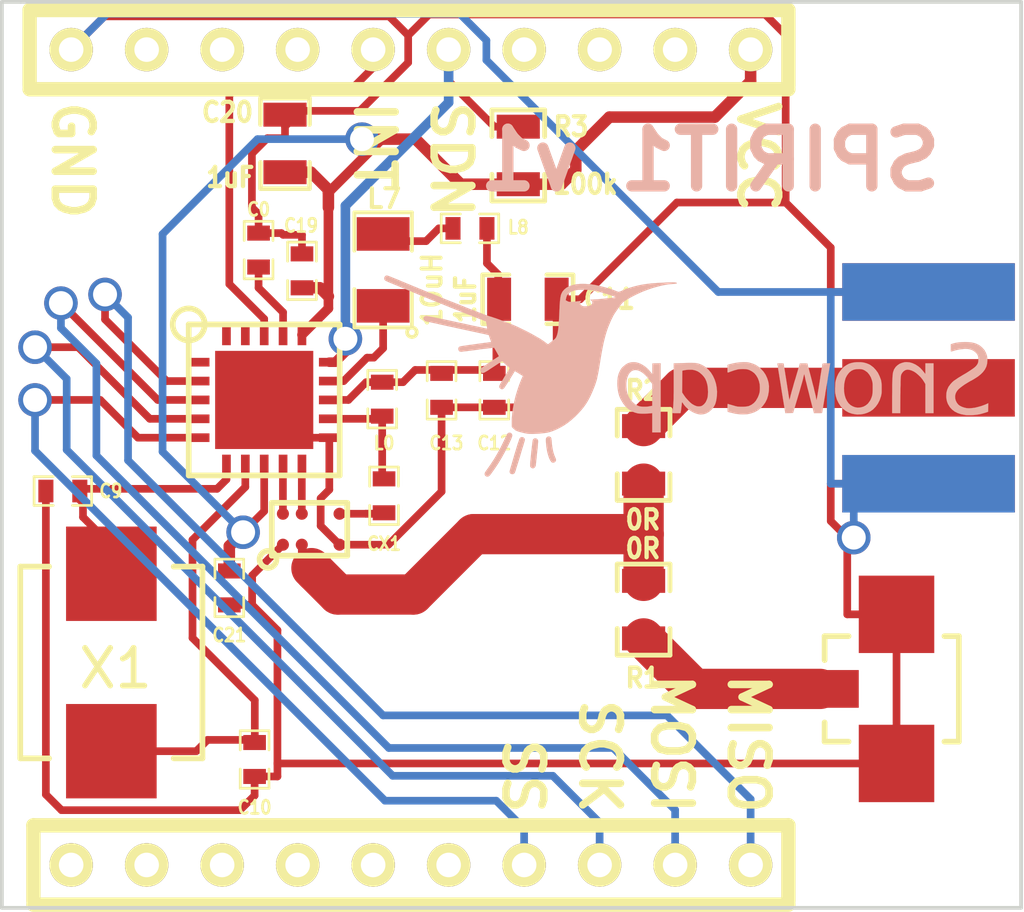
<source format=kicad_pcb>
(kicad_pcb (version 20171130) (host pcbnew "(5.1.12)-1")

  (general
    (thickness 1.6)
    (drawings 14)
    (tracks 254)
    (zones 0)
    (modules 23)
    (nets 22)
  )

  (page A3)
  (layers
    (0 F.Cu signal)
    (31 B.Cu signal)
    (32 B.Adhes user hide)
    (33 F.Adhes user hide)
    (34 B.Paste user hide)
    (35 F.Paste user hide)
    (36 B.SilkS user hide)
    (37 F.SilkS user hide)
    (38 B.Mask user)
    (39 F.Mask user)
    (40 Dwgs.User user)
    (41 Cmts.User user)
    (42 Eco1.User user)
    (43 Eco2.User user)
    (44 Edge.Cuts user)
  )

  (setup
    (last_trace_width 0.2032)
    (user_trace_width 0.3048)
    (trace_clearance 0.2032)
    (zone_clearance 0.254)
    (zone_45_only no)
    (trace_min 0.1524)
    (via_size 0.889)
    (via_drill 0.635)
    (via_min_size 0.635)
    (via_min_drill 0.508)
    (uvia_size 0.508)
    (uvia_drill 0.127)
    (uvias_allowed no)
    (uvia_min_size 0.508)
    (uvia_min_drill 0.127)
    (edge_width 0.1)
    (segment_width 0.2)
    (pcb_text_width 0.3)
    (pcb_text_size 1.5 1.5)
    (mod_edge_width 0.15)
    (mod_text_size 1 1)
    (mod_text_width 0.15)
    (pad_size 1.524 4.572)
    (pad_drill 0)
    (pad_to_mask_clearance 0)
    (aux_axis_origin 0 0)
    (visible_elements 7FFFFFFF)
    (pcbplotparams
      (layerselection 0x00030_ffffffff)
      (usegerberextensions true)
      (usegerberattributes true)
      (usegerberadvancedattributes true)
      (creategerberjobfile true)
      (excludeedgelayer true)
      (linewidth 0.150000)
      (plotframeref false)
      (viasonmask false)
      (mode 1)
      (useauxorigin false)
      (hpglpennumber 1)
      (hpglpenspeed 20)
      (hpglpendiameter 15.000000)
      (psnegative false)
      (psa4output false)
      (plotreference true)
      (plotvalue true)
      (plotinvisibletext false)
      (padsonsilk false)
      (subtractmaskfromsilk false)
      (outputformat 1)
      (mirror false)
      (drillshape 0)
      (scaleselection 1)
      (outputdirectory "gerbers/"))
  )

  (net 0 "")
  (net 1 /50ohm)
  (net 2 GND)
  (net 3 N-0000010)
  (net 4 N-0000013)
  (net 5 N-0000017)
  (net 6 N-000002)
  (net 7 N-0000021)
  (net 8 N-0000025)
  (net 9 N-0000027)
  (net 10 N-0000028)
  (net 11 N-0000029)
  (net 12 N-000003)
  (net 13 N-0000030)
  (net 14 N-0000031)
  (net 15 N-0000032)
  (net 16 N-0000033)
  (net 17 N-0000034)
  (net 18 N-0000035)
  (net 19 N-0000036)
  (net 20 N-000004)
  (net 21 VCC)

  (net_class Default "This is the default net class."
    (clearance 0.2032)
    (trace_width 0.2032)
    (via_dia 0.889)
    (via_drill 0.635)
    (uvia_dia 0.508)
    (uvia_drill 0.127)
    (add_net GND)
    (add_net N-0000010)
    (add_net N-0000013)
    (add_net N-0000017)
    (add_net N-000002)
    (add_net N-0000021)
    (add_net N-0000025)
    (add_net N-0000027)
    (add_net N-0000028)
    (add_net N-0000029)
    (add_net N-000003)
    (add_net N-0000030)
    (add_net N-0000031)
    (add_net N-0000032)
    (add_net N-0000033)
    (add_net N-0000034)
    (add_net N-0000035)
    (add_net N-0000036)
    (add_net N-000004)
    (add_net VCC)
  )

  (net_class ANT ""
    (clearance 0.1016)
    (trace_width 1.0668)
    (via_dia 0.889)
    (via_drill 0.635)
    (uvia_dia 0.508)
    (uvia_drill 0.127)
    (add_net /50ohm)
  )

  (net_class SPIRITGND ""
    (clearance 0.2032)
    (trace_width 0.1524)
    (via_dia 0.635)
    (via_drill 0.508)
    (uvia_dia 0.508)
    (uvia_drill 0.127)
  )

  (net_class VCC ""
    (clearance 0.2032)
    (trace_width 0.3048)
    (via_dia 0.889)
    (via_drill 0.635)
    (uvia_dia 0.508)
    (uvia_drill 0.127)
  )

  (module SPIRIT1_QFN20 (layer F.Cu) (tedit 563F898B) (tstamp 5609836A)
    (at 99.949 106.045)
    (path /560810DF)
    (solder_mask_margin 0.05)
    (clearance 0.05)
    (fp_text reference U1 (at -4.572 -11.811) (layer F.SilkS) hide
      (effects (font (size 1 1) (thickness 0.15)))
    )
    (fp_text value SPIRIT1 (at -8.255 -1.905 90) (layer F.SilkS) hide
      (effects (font (size 1 1) (thickness 0.15)))
    )
    (fp_line (start -2 2) (end -2 -2) (layer F.SilkS) (width 0.15))
    (fp_line (start 2 2) (end -2 2) (layer F.SilkS) (width 0.15))
    (fp_line (start 2 -2) (end 2 2) (layer F.SilkS) (width 0.15))
    (fp_line (start -2 -2) (end 2 -2) (layer F.SilkS) (width 0.15))
    (fp_circle (center -2 -2) (end -1.7 -1.7) (layer F.SilkS) (width 0.15))
    (pad 1 smd rect (at -1.725 -1) (size 0.55 0.23) (layers F.Cu F.Paste F.Mask))
    (pad 2 smd rect (at -1.725 -0.5) (size 0.55 0.23) (layers F.Cu F.Paste F.Mask)
      (net 6 N-000002))
    (pad 3 smd rect (at -1.725 0) (size 0.55 0.23) (layers F.Cu F.Paste F.Mask)
      (net 12 N-000003))
    (pad 4 smd rect (at -1.725 0.5) (size 0.55 0.23) (layers F.Cu F.Paste F.Mask)
      (net 20 N-000004))
    (pad 5 smd rect (at -1.725 1) (size 0.55 0.23) (layers F.Cu F.Paste F.Mask)
      (net 3 N-0000010))
    (pad 6 smd rect (at -1 1.725) (size 0.23 0.55) (layers F.Cu F.Paste F.Mask)
      (net 13 N-0000030))
    (pad 7 smd rect (at -0.5 1.725) (size 0.23 0.55) (layers F.Cu F.Paste F.Mask)
      (net 14 N-0000031))
    (pad 8 smd rect (at 0 1.725) (size 0.23 0.55) (layers F.Cu F.Paste F.Mask)
      (net 21 VCC))
    (pad 9 smd rect (at 0.5 1.725) (size 0.23 0.55) (layers F.Cu F.Paste F.Mask)
      (net 16 N-0000033))
    (pad 10 smd rect (at 1 1.725) (size 0.23 0.55) (layers F.Cu F.Paste F.Mask)
      (net 17 N-0000034))
    (pad 11 smd rect (at 1.725 1) (size 0.55 0.23) (layers F.Cu F.Paste F.Mask)
      (net 2 GND))
    (pad 12 smd rect (at 1.725 0.5) (size 0.55 0.23) (layers F.Cu F.Paste F.Mask)
      (net 18 N-0000035))
    (pad 13 smd rect (at 1.725 0) (size 0.55 0.23) (layers F.Cu F.Paste F.Mask)
      (net 10 N-0000028))
    (pad 14 smd rect (at 1.725 -0.5) (size 0.55 0.23) (layers F.Cu F.Paste F.Mask)
      (net 15 N-0000032))
    (pad 15 smd rect (at 1.725 -1) (size 0.55 0.23) (layers F.Cu F.Paste F.Mask)
      (net 5 N-0000017))
    (pad 16 smd rect (at 1 -1.725) (size 0.23 0.55) (layers F.Cu F.Paste F.Mask)
      (net 21 VCC))
    (pad 17 smd rect (at 0.5 -1.725) (size 0.23 0.55) (layers F.Cu F.Paste F.Mask)
      (net 4 N-0000013))
    (pad 18 smd rect (at 0 -1.725) (size 0.23 0.55) (layers F.Cu F.Paste F.Mask)
      (net 7 N-0000021))
    (pad 19 smd rect (at -0.5 -1.725) (size 0.23 0.55) (layers F.Cu F.Paste F.Mask))
    (pad 20 smd rect (at -1 -1.725) (size 0.23 0.55) (layers F.Cu F.Paste F.Mask))
    (pad 21 smd rect (at 0 0) (size 2.6 2.6) (layers F.Cu F.Paste F.Mask)
      (net 2 GND))
  )

  (module RF_SMA (layer F.Cu) (tedit 563F899A) (tstamp 5634CA60)
    (at 119.85 105.725 90)
    (descr "SSOP 28 pins")
    (tags "CMS SSOP SMD")
    (path /56081457)
    (attr smd)
    (fp_text reference CN2 (at -2.90068 0.8001 90) (layer F.SilkS) hide
      (effects (font (size 0.50038 0.50038) (thickness 0.12446)))
    )
    (fp_text value ANT (at -1.45034 0.8001 90) (layer F.SilkS) hide
      (effects (font (size 0.50038 0.50038) (thickness 0.12446)))
    )
    (pad 2 smd rect (at 2.54 -2.30124 90) (size 1.524 4.572) (layers F.Cu F.Paste F.Mask)
      (net 2 GND) (clearance 0.1778))
    (pad 1 smd rect (at 0 -2.30124 90) (size 1.524 4.572) (layers F.Cu F.Paste F.Mask)
      (net 9 N-0000027) (clearance 0.1778))
    (pad 2 smd rect (at -2.54 -2.30124 90) (size 1.524 4.572) (layers F.Cu F.Paste F.Mask)
      (net 2 GND) (clearance 0.1778))
    (pad 2 smd rect (at -2.54 -2.30124 90) (size 1.524 4.572) (layers B.Cu F.Paste F.Mask)
      (net 2 GND) (clearance 0.1778))
    (pad 2 smd rect (at 2.54 -2.30124 90) (size 1.524 4.572) (layers B.Cu F.Paste F.Mask)
      (net 2 GND) (clearance 0.1778))
  )

  (module BALF_SPI_02D3 (layer F.Cu) (tedit 563F8981) (tstamp 5609840C)
    (at 101.15 109.47 180)
    (path /5608142A)
    (solder_paste_margin -0.1)
    (clearance 0.05)
    (fp_text reference U2 (at 9.583 0.885 270) (layer F.SilkS) hide
      (effects (font (size 1 1) (thickness 0.15)))
    )
    (fp_text value BALF-SPI-02D3 (at 11.361 4.695 270) (layer F.SilkS) hide
      (effects (font (size 1 1) (thickness 0.15)))
    )
    (fp_line (start -1 -0.7) (end -1 0.7) (layer F.SilkS) (width 0.15))
    (fp_line (start 1 -0.7) (end -1 -0.7) (layer F.SilkS) (width 0.15))
    (fp_line (start 1 0.7) (end 1 -0.7) (layer F.SilkS) (width 0.15))
    (fp_line (start -1 0.7) (end 1 0.7) (layer F.SilkS) (width 0.15))
    (fp_circle (center 1.1 -0.8) (end 1.3 -0.9) (layer F.SilkS) (width 0.15))
    (pad A1 smd circle (at 0.705 -0.41 180) (size 0.32 0.32) (layers F.Cu F.Paste F.Mask)
      (net 2 GND))
    (pad A2 smd circle (at 0.705 0.41 180) (size 0.32 0.32) (layers F.Cu F.Paste F.Mask)
      (net 16 N-0000033))
    (pad B1 smd circle (at 0.205 -0.41 180) (size 0.32 0.32) (layers F.Cu F.Paste F.Mask)
      (net 1 /50ohm))
    (pad B2 smd circle (at 0.205 0.41 180) (size 0.32 0.32) (layers F.Cu F.Paste F.Mask)
      (net 17 N-0000034))
    (pad C1 smd circle (at -0.795 -0.41 180) (size 0.32 0.32) (layers F.Cu F.Paste F.Mask)
      (net 2 GND))
    (pad C2 smd circle (at -0.795 0.41 180) (size 0.32 0.32) (layers F.Cu F.Paste F.Mask)
      (net 19 N-0000036))
  )

  (module RB_CN10_2mm (layer F.Cu) (tedit 563F898E) (tstamp 560D5D44)
    (at 103.835 107.315)
    (path /56097560)
    (fp_text reference CN1 (at -5.4102 -13.081) (layer F.SilkS) hide
      (effects (font (size 1 1) (thickness 0.15)))
    )
    (fp_text value RB-CN10 (at 1.5748 -12.954) (layer F.SilkS) hide
      (effects (font (size 1 1) (thickness 0.15)))
    )
    (fp_line (start -10 12) (end -10 10) (layer F.SilkS) (width 0.381))
    (fp_line (start 10 12.1) (end -10 12.1) (layer F.SilkS) (width 0.381))
    (fp_line (start 10 10) (end 10 12) (layer F.SilkS) (width 0.381))
    (fp_line (start -10 10) (end 10 10) (layer F.SilkS) (width 0.381))
    (fp_line (start -10.1 -9.6) (end -10.1 -11.6) (layer F.SilkS) (width 0.381))
    (fp_line (start 10 -9.5) (end -10.1 -9.5) (layer F.SilkS) (width 0.381))
    (fp_line (start 10 -11.6) (end 10 -9.6) (layer F.SilkS) (width 0.381))
    (fp_line (start -10.1 -11.6) (end 10 -11.6) (layer F.SilkS) (width 0.381))
    (pad 1 thru_hole circle (at 9 -10.551) (size 1.15 1.15) (drill 0.65) (layers *.Cu *.Mask F.SilkS)
      (net 21 VCC))
    (pad 2 thru_hole circle (at 7 -10.551) (size 1.15 1.15) (drill 0.65) (layers *.Cu *.Mask F.SilkS))
    (pad 3 thru_hole circle (at 5 -10.551) (size 1.15 1.15) (drill 0.65) (layers *.Cu *.Mask F.SilkS))
    (pad 4 thru_hole circle (at 3 -10.551) (size 1.15 1.15) (drill 0.65) (layers *.Cu *.Mask F.SilkS))
    (pad 5 thru_hole circle (at 1 -10.551) (size 1.15 1.15) (drill 0.65) (layers *.Cu *.Mask F.SilkS)
      (net 5 N-0000017))
    (pad 6 thru_hole circle (at -1 -10.551) (size 1.15 1.15) (drill 0.65) (layers *.Cu *.Mask F.SilkS)
      (net 7 N-0000021))
    (pad 7 thru_hole circle (at -3 -10.551) (size 1.15 1.15) (drill 0.65) (layers *.Cu *.Mask F.SilkS))
    (pad 8 thru_hole circle (at -5 -10.551) (size 1.15 1.15) (drill 0.65) (layers *.Cu *.Mask F.SilkS))
    (pad 9 thru_hole circle (at -7 -10.551) (size 1.15 1.15) (drill 0.65) (layers *.Cu *.Mask F.SilkS))
    (pad 10 thru_hole circle (at -9 -10.551) (size 1.15 1.15) (drill 0.65) (layers *.Cu *.Mask F.SilkS)
      (net 2 GND))
    (pad 11 thru_hole circle (at 9 11.049) (size 1.15 1.15) (drill 0.65) (layers *.Cu *.Mask F.SilkS)
      (net 6 N-000002))
    (pad 12 thru_hole circle (at 7 11.049) (size 1.15 1.15) (drill 0.65) (layers *.Cu *.Mask F.SilkS)
      (net 12 N-000003))
    (pad 13 thru_hole circle (at 5 11.049) (size 1.15 1.15) (drill 0.65) (layers *.Cu *.Mask F.SilkS)
      (net 20 N-000004))
    (pad 14 thru_hole circle (at 3 11.049) (size 1.15 1.15) (drill 0.65) (layers *.Cu *.Mask F.SilkS)
      (net 3 N-0000010))
    (pad 15 thru_hole circle (at 1 11.049) (size 1.15 1.15) (drill 0.65) (layers *.Cu *.Mask F.SilkS))
    (pad 16 thru_hole circle (at -1 11.049) (size 1.15 1.15) (drill 0.65) (layers *.Cu *.Mask F.SilkS))
    (pad 17 thru_hole circle (at -3 11.049) (size 1.15 1.15) (drill 0.65) (layers *.Cu *.Mask F.SilkS))
    (pad 18 thru_hole circle (at -5 11.049) (size 1.15 1.15) (drill 0.65) (layers *.Cu *.Mask F.SilkS))
    (pad 19 thru_hole circle (at -7 11.049) (size 1.15 1.15) (drill 0.65) (layers *.Cu *.Mask F.SilkS))
    (pad 20 thru_hole circle (at -9 11.049) (size 1.15 1.15) (drill 0.65) (layers *.Cu *.Mask F.SilkS))
  )

  (module SM0402 (layer F.Cu) (tedit 562CED9D) (tstamp 560983F1)
    (at 105.4 101.5)
    (path /560814F7)
    (attr smd)
    (fp_text reference L8 (at 1.28 -0.027) (layer F.SilkS)
      (effects (font (size 0.35052 0.3048) (thickness 0.07112)))
    )
    (fp_text value 62nH (at 0.09906 0) (layer F.SilkS) hide
      (effects (font (size 0.35052 0.3048) (thickness 0.07112)))
    )
    (fp_line (start 0.762 0.381) (end 0.254 0.381) (layer F.SilkS) (width 0.07112))
    (fp_line (start 0.762 -0.381) (end 0.762 0.381) (layer F.SilkS) (width 0.07112))
    (fp_line (start 0.254 -0.381) (end 0.762 -0.381) (layer F.SilkS) (width 0.07112))
    (fp_line (start -0.762 0.381) (end -0.254 0.381) (layer F.SilkS) (width 0.07112))
    (fp_line (start -0.762 -0.381) (end -0.762 0.381) (layer F.SilkS) (width 0.07112))
    (fp_line (start -0.254 -0.381) (end -0.762 -0.381) (layer F.SilkS) (width 0.07112))
    (pad 1 smd rect (at -0.44958 0) (size 0.39878 0.59944) (layers F.Cu F.Paste F.Mask)
      (net 11 N-0000029))
    (pad 2 smd rect (at 0.44958 0) (size 0.39878 0.59944) (layers F.Cu F.Paste F.Mask)
      (net 10 N-0000028))
    (model smd\chip_cms.wrl
      (offset (xyz 0 0 0.05079999923706055))
      (scale (xyz 0.05 0.05 0.05))
      (rotate (xyz 0 0 0))
    )
  )

  (module SM0402 (layer F.Cu) (tedit 562CEEC9) (tstamp 560983FD)
    (at 103.075 106.025 90)
    (path /56081506)
    (attr smd)
    (fp_text reference L0 (at -1.163 0.049 180) (layer F.SilkS)
      (effects (font (size 0.35052 0.3048) (thickness 0.07112)))
    )
    (fp_text value 150nH (at 0.09906 0 90) (layer F.SilkS) hide
      (effects (font (size 0.35052 0.3048) (thickness 0.07112)))
    )
    (fp_line (start 0.762 0.381) (end 0.254 0.381) (layer F.SilkS) (width 0.07112))
    (fp_line (start 0.762 -0.381) (end 0.762 0.381) (layer F.SilkS) (width 0.07112))
    (fp_line (start 0.254 -0.381) (end 0.762 -0.381) (layer F.SilkS) (width 0.07112))
    (fp_line (start -0.762 0.381) (end -0.254 0.381) (layer F.SilkS) (width 0.07112))
    (fp_line (start -0.762 -0.381) (end -0.762 0.381) (layer F.SilkS) (width 0.07112))
    (fp_line (start -0.254 -0.381) (end -0.762 -0.381) (layer F.SilkS) (width 0.07112))
    (pad 1 smd rect (at -0.44958 0 90) (size 0.39878 0.59944) (layers F.Cu F.Paste F.Mask)
      (net 18 N-0000035))
    (pad 2 smd rect (at 0.44958 0 90) (size 0.39878 0.59944) (layers F.Cu F.Paste F.Mask)
      (net 10 N-0000028))
    (model smd\chip_cms.wrl
      (offset (xyz 0 0 0.05079999923706055))
      (scale (xyz 0.05 0.05 0.05))
      (rotate (xyz 0 0 0))
    )
  )

  (module U.FL-R-SMT_01 (layer F.Cu) (tedit 563F899F) (tstamp 5623C202)
    (at 116.7 113.7 270)
    (path /56235FC1)
    (solder_mask_margin 0.1)
    (clearance 0.1)
    (fp_text reference CN3 (at 0.092 -6.236 270) (layer F.SilkS) hide
      (effects (font (size 1 1) (thickness 0.15)))
    )
    (fp_text value ANT (at -0.035 -4.839 270) (layer F.SilkS) hide
      (effects (font (size 1 1) (thickness 0.15)))
    )
    (fp_line (start 1.397 -1.651) (end 1.397 -1.27) (layer F.SilkS) (width 0.15))
    (fp_line (start -1.397 -1.651) (end 1.397 -1.651) (layer F.SilkS) (width 0.15))
    (fp_line (start -1.397 -1.27) (end -1.397 -1.651) (layer F.SilkS) (width 0.15))
    (fp_line (start 1.397 1.905) (end 0.889 1.905) (layer F.SilkS) (width 0.15))
    (fp_line (start 1.397 1.27) (end 1.397 1.905) (layer F.SilkS) (width 0.15))
    (fp_line (start -1.397 1.905) (end -0.762 1.905) (layer F.SilkS) (width 0.15))
    (fp_line (start -1.397 1.27) (end -1.397 1.905) (layer F.SilkS) (width 0.15))
    (pad 2 smd rect (at -1.975 0 270) (size 2.05 2) (layers F.Cu F.Paste F.Mask)
      (net 2 GND))
    (pad 2 smd rect (at 1.975 0 270) (size 2.05 2) (layers F.Cu F.Paste F.Mask)
      (net 2 GND))
    (pad 1 smd rect (at 0 2.025 270) (size 1 2.05) (layers F.Cu F.Paste F.Mask)
      (net 8 N-0000025))
  )

  (module SM0603_Resistor (layer F.Cu) (tedit 5634B836) (tstamp 5623C20E)
    (at 110 111.6 90)
    (path /5623617F)
    (attr smd)
    (fp_text reference R1 (at -1.811 -0.018 180) (layer F.SilkS)
      (effects (font (size 0.50038 0.4572) (thickness 0.1143)))
    )
    (fp_text value 0R (at 1.618 -0.018 180) (layer F.SilkS)
      (effects (font (size 0.508 0.4572) (thickness 0.1143)))
    )
    (fp_line (start 1.2065 0.6985) (end 0.50038 0.6985) (layer F.SilkS) (width 0.127))
    (fp_line (start 1.2065 -0.6985) (end 1.2065 0.6985) (layer F.SilkS) (width 0.127))
    (fp_line (start 1.2065 -0.6985) (end 0.50038 -0.6985) (layer F.SilkS) (width 0.127))
    (fp_line (start -1.2065 0.6985) (end -0.50038 0.6985) (layer F.SilkS) (width 0.127))
    (fp_line (start -1.2065 -0.6985) (end -1.2065 0.6985) (layer F.SilkS) (width 0.127))
    (fp_line (start -0.50038 -0.6985) (end -1.2065 -0.6985) (layer F.SilkS) (width 0.127))
    (pad 1 smd rect (at -0.762 0 90) (size 0.635 1.143) (layers F.Cu F.Paste F.Mask)
      (net 8 N-0000025))
    (pad 2 smd rect (at 0.762 0 90) (size 0.635 1.143) (layers F.Cu F.Paste F.Mask)
      (net 1 /50ohm))
    (model smd\resistors\R0603.wrl
      (offset (xyz 0 0 0.02539999961853028))
      (scale (xyz 0.5 0.5 0.5))
      (rotate (xyz 0 0 0))
    )
  )

  (module SM0603_Resistor (layer F.Cu) (tedit 5634B839) (tstamp 5623C21A)
    (at 110 107.5 90)
    (path /5623618E)
    (attr smd)
    (fp_text reference R2 (at 1.709 -0.018 180) (layer F.SilkS)
      (effects (font (size 0.50038 0.4572) (thickness 0.1143)))
    )
    (fp_text value 0R (at -1.72 -0.018 180) (layer F.SilkS)
      (effects (font (size 0.508 0.4572) (thickness 0.1143)))
    )
    (fp_line (start 1.2065 0.6985) (end 0.50038 0.6985) (layer F.SilkS) (width 0.127))
    (fp_line (start 1.2065 -0.6985) (end 1.2065 0.6985) (layer F.SilkS) (width 0.127))
    (fp_line (start 1.2065 -0.6985) (end 0.50038 -0.6985) (layer F.SilkS) (width 0.127))
    (fp_line (start -1.2065 0.6985) (end -0.50038 0.6985) (layer F.SilkS) (width 0.127))
    (fp_line (start -1.2065 -0.6985) (end -1.2065 0.6985) (layer F.SilkS) (width 0.127))
    (fp_line (start -0.50038 -0.6985) (end -1.2065 -0.6985) (layer F.SilkS) (width 0.127))
    (pad 1 smd rect (at -0.762 0 90) (size 0.635 1.143) (layers F.Cu F.Paste F.Mask)
      (net 1 /50ohm))
    (pad 2 smd rect (at 0.762 0 90) (size 0.635 1.143) (layers F.Cu F.Paste F.Mask)
      (net 9 N-0000027))
    (model smd\resistors\R0603.wrl
      (offset (xyz 0 0 0.02539999961853028))
      (scale (xyz 0.5 0.5 0.5))
      (rotate (xyz 0 0 0))
    )
  )

  (module CRYSTAL-ABM3-50.000MHZ-D2Y-F-T (layer F.Cu) (tedit 563F8983) (tstamp 56098385)
    (at 95.9 113 270)
    (path /56081515)
    (fp_text reference X1 (at 0.157 -0.112) (layer F.SilkS)
      (effects (font (size 1 1) (thickness 0.15)))
    )
    (fp_text value 50Mhz (at 0.157 3.952 270) (layer F.SilkS) hide
      (effects (font (size 1 1) (thickness 0.15)))
    )
    (fp_line (start 2.54 -2.413) (end 2.54 -1.651) (layer F.SilkS) (width 0.15))
    (fp_line (start -2.54 -2.413) (end 2.54 -2.413) (layer F.SilkS) (width 0.15))
    (fp_line (start -2.54 -1.651) (end -2.54 -2.413) (layer F.SilkS) (width 0.15))
    (fp_line (start -2.54 2.413) (end -2.54 1.651) (layer F.SilkS) (width 0.15))
    (fp_line (start 2.54 2.413) (end -2.54 2.413) (layer F.SilkS) (width 0.15))
    (fp_line (start 2.54 1.651) (end 2.54 2.413) (layer F.SilkS) (width 0.15))
    (pad 2 smd rect (at 2.35 0 270) (size 2.5 2.4) (layers F.Cu F.Paste F.Mask)
      (net 14 N-0000031))
    (pad 1 smd rect (at -2.35 0 270) (size 2.5 2.4) (layers F.Cu F.Paste F.Mask)
      (net 13 N-0000030))
  )

  (module SM0603_Capa (layer F.Cu) (tedit 562CEDA8) (tstamp 560983A9)
    (at 106.934 103.378)
    (path /56081484)
    (attr smd)
    (fp_text reference C11 (at 2.159 0) (layer F.SilkS)
      (effects (font (size 0.508 0.4572) (thickness 0.1143)))
    )
    (fp_text value 1uF (at -1.651 0 90) (layer F.SilkS)
      (effects (font (size 0.508 0.4572) (thickness 0.1143)))
    )
    (fp_line (start -1.19888 0.635) (end -1.19888 -0.635) (layer F.SilkS) (width 0.11938))
    (fp_line (start 1.19888 -0.635) (end 1.19888 0.635) (layer F.SilkS) (width 0.11938))
    (fp_line (start -1.19888 -0.65024) (end -0.50038 -0.65024) (layer F.SilkS) (width 0.11938))
    (fp_line (start 0.50038 -0.65024) (end 1.19888 -0.65024) (layer F.SilkS) (width 0.11938))
    (fp_line (start -0.50038 0.65024) (end -1.19888 0.65024) (layer F.SilkS) (width 0.11938))
    (fp_line (start 0.50038 0.65024) (end 1.19888 0.65024) (layer F.SilkS) (width 0.11938))
    (pad 1 smd rect (at -0.762 0) (size 0.635 1.143) (layers F.Cu F.Paste F.Mask)
      (net 10 N-0000028))
    (pad 2 smd rect (at 0.762 0) (size 0.635 1.143) (layers F.Cu F.Paste F.Mask)
      (net 2 GND))
    (model smd\capacitors\C0603.wrl
      (offset (xyz 0 0 0.02539999961853028))
      (scale (xyz 0.5 0.5 0.5))
      (rotate (xyz 0 0 0))
    )
  )

  (module SM0402_c (layer F.Cu) (tedit 562CEDB8) (tstamp 56098391)
    (at 104.648 105.791 270)
    (path /56081466)
    (attr smd)
    (fp_text reference C13 (at 1.397 -0.127) (layer F.SilkS)
      (effects (font (size 0.35052 0.3048) (thickness 0.07112)))
    )
    (fp_text value 330pF (at 0.09906 0 270) (layer F.SilkS) hide
      (effects (font (size 0.35052 0.3048) (thickness 0.07112)))
    )
    (fp_line (start 0.762 0.381) (end 0.254 0.381) (layer F.SilkS) (width 0.07112))
    (fp_line (start 0.762 -0.381) (end 0.762 0.381) (layer F.SilkS) (width 0.07112))
    (fp_line (start 0.254 -0.381) (end 0.762 -0.381) (layer F.SilkS) (width 0.07112))
    (fp_line (start -0.762 0.381) (end -0.254 0.381) (layer F.SilkS) (width 0.07112))
    (fp_line (start -0.762 -0.381) (end -0.762 0.381) (layer F.SilkS) (width 0.07112))
    (fp_line (start -0.254 -0.381) (end -0.762 -0.381) (layer F.SilkS) (width 0.07112))
    (pad 1 smd rect (at -0.44958 0 270) (size 0.39878 0.59944) (layers F.Cu F.Paste F.Mask)
      (net 10 N-0000028))
    (pad 2 smd rect (at 0.44958 0 270) (size 0.39878 0.59944) (layers F.Cu F.Paste F.Mask)
      (net 2 GND))
    (model smd/capacitors/C0402.wrl
      (at (xyz 0 0 0))
      (scale (xyz 0.27 0.27 0.27))
      (rotate (xyz 0 0 0))
    )
  )

  (module SM0402_c (layer F.Cu) (tedit 562CEEBE) (tstamp 5609839D)
    (at 106.045 105.791 270)
    (path /56081475)
    (attr smd)
    (fp_text reference C12 (at 1.397 0) (layer F.SilkS)
      (effects (font (size 0.35052 0.3048) (thickness 0.07112)))
    )
    (fp_text value 100nF (at 0.09906 0 270) (layer F.SilkS) hide
      (effects (font (size 0.35052 0.3048) (thickness 0.07112)))
    )
    (fp_line (start 0.762 0.381) (end 0.254 0.381) (layer F.SilkS) (width 0.07112))
    (fp_line (start 0.762 -0.381) (end 0.762 0.381) (layer F.SilkS) (width 0.07112))
    (fp_line (start 0.254 -0.381) (end 0.762 -0.381) (layer F.SilkS) (width 0.07112))
    (fp_line (start -0.762 0.381) (end -0.254 0.381) (layer F.SilkS) (width 0.07112))
    (fp_line (start -0.762 -0.381) (end -0.762 0.381) (layer F.SilkS) (width 0.07112))
    (fp_line (start -0.254 -0.381) (end -0.762 -0.381) (layer F.SilkS) (width 0.07112))
    (pad 1 smd rect (at -0.44958 0 270) (size 0.39878 0.59944) (layers F.Cu F.Paste F.Mask)
      (net 10 N-0000028))
    (pad 2 smd rect (at 0.44958 0 270) (size 0.39878 0.59944) (layers F.Cu F.Paste F.Mask)
      (net 2 GND))
    (model smd/capacitors/C0402.wrl
      (at (xyz 0 0 0))
      (scale (xyz 0.27 0.27 0.27))
      (rotate (xyz 0 0 0))
    )
  )

  (module SM0402_c (layer F.Cu) (tedit 5634D9F2) (tstamp 560983B5)
    (at 99.8 102.075 90)
    (path /56081493)
    (attr smd)
    (fp_text reference C0 (at 1.075 0 180) (layer F.SilkS)
      (effects (font (size 0.35052 0.3048) (thickness 0.07112)))
    )
    (fp_text value 100nF (at 0.09906 0 90) (layer F.SilkS) hide
      (effects (font (size 0.35052 0.3048) (thickness 0.07112)))
    )
    (fp_line (start 0.762 0.381) (end 0.254 0.381) (layer F.SilkS) (width 0.07112))
    (fp_line (start 0.762 -0.381) (end 0.762 0.381) (layer F.SilkS) (width 0.07112))
    (fp_line (start 0.254 -0.381) (end 0.762 -0.381) (layer F.SilkS) (width 0.07112))
    (fp_line (start -0.762 0.381) (end -0.254 0.381) (layer F.SilkS) (width 0.07112))
    (fp_line (start -0.762 -0.381) (end -0.762 0.381) (layer F.SilkS) (width 0.07112))
    (fp_line (start -0.254 -0.381) (end -0.762 -0.381) (layer F.SilkS) (width 0.07112))
    (pad 1 smd rect (at -0.44958 0 90) (size 0.39878 0.59944) (layers F.Cu F.Paste F.Mask)
      (net 4 N-0000013))
    (pad 2 smd rect (at 0.44958 0 90) (size 0.39878 0.59944) (layers F.Cu F.Paste F.Mask)
      (net 2 GND))
    (model smd/capacitors/C0402.wrl
      (at (xyz 0 0 0))
      (scale (xyz 0.27 0.27 0.27))
      (rotate (xyz 0 0 0))
    )
  )

  (module SM0402_c (layer F.Cu) (tedit 562CEDE9) (tstamp 560983C1)
    (at 103.124 108.585 270)
    (path /560814A2)
    (attr smd)
    (fp_text reference CX1 (at 1.27 0) (layer F.SilkS)
      (effects (font (size 0.35052 0.3048) (thickness 0.07112)))
    )
    (fp_text value C (at 0.09906 0 270) (layer F.SilkS) hide
      (effects (font (size 0.35052 0.3048) (thickness 0.07112)))
    )
    (fp_line (start 0.762 0.381) (end 0.254 0.381) (layer F.SilkS) (width 0.07112))
    (fp_line (start 0.762 -0.381) (end 0.762 0.381) (layer F.SilkS) (width 0.07112))
    (fp_line (start 0.254 -0.381) (end 0.762 -0.381) (layer F.SilkS) (width 0.07112))
    (fp_line (start -0.762 0.381) (end -0.254 0.381) (layer F.SilkS) (width 0.07112))
    (fp_line (start -0.762 -0.381) (end -0.762 0.381) (layer F.SilkS) (width 0.07112))
    (fp_line (start -0.254 -0.381) (end -0.762 -0.381) (layer F.SilkS) (width 0.07112))
    (pad 1 smd rect (at -0.44958 0 270) (size 0.39878 0.59944) (layers F.Cu F.Paste F.Mask)
      (net 18 N-0000035))
    (pad 2 smd rect (at 0.44958 0 270) (size 0.39878 0.59944) (layers F.Cu F.Paste F.Mask)
      (net 19 N-0000036))
    (model smd/capacitors/C0402.wrl
      (at (xyz 0 0 0))
      (scale (xyz 0.27 0.27 0.27))
      (rotate (xyz 0 0 0))
    )
  )

  (module SM0402_c (layer F.Cu) (tedit 562CEE50) (tstamp 560983CD)
    (at 94.615 108.458 180)
    (path /560814B1)
    (attr smd)
    (fp_text reference C9 (at -1.27 0 180) (layer F.SilkS)
      (effects (font (size 0.35052 0.3048) (thickness 0.07112)))
    )
    (fp_text value 12pF (at 0.09906 0 180) (layer F.SilkS) hide
      (effects (font (size 0.35052 0.3048) (thickness 0.07112)))
    )
    (fp_line (start 0.762 0.381) (end 0.254 0.381) (layer F.SilkS) (width 0.07112))
    (fp_line (start 0.762 -0.381) (end 0.762 0.381) (layer F.SilkS) (width 0.07112))
    (fp_line (start 0.254 -0.381) (end 0.762 -0.381) (layer F.SilkS) (width 0.07112))
    (fp_line (start -0.762 0.381) (end -0.254 0.381) (layer F.SilkS) (width 0.07112))
    (fp_line (start -0.762 -0.381) (end -0.762 0.381) (layer F.SilkS) (width 0.07112))
    (fp_line (start -0.254 -0.381) (end -0.762 -0.381) (layer F.SilkS) (width 0.07112))
    (pad 1 smd rect (at -0.44958 0 180) (size 0.39878 0.59944) (layers F.Cu F.Paste F.Mask)
      (net 13 N-0000030))
    (pad 2 smd rect (at 0.44958 0 180) (size 0.39878 0.59944) (layers F.Cu F.Paste F.Mask)
      (net 2 GND))
    (model smd/capacitors/C0402.wrl
      (at (xyz 0 0 0))
      (scale (xyz 0.27 0.27 0.27))
      (rotate (xyz 0 0 0))
    )
  )

  (module SM0402_c (layer F.Cu) (tedit 562CEDF1) (tstamp 560983D9)
    (at 99.695 115.57 270)
    (path /560814C0)
    (attr smd)
    (fp_text reference C10 (at 1.27 0) (layer F.SilkS)
      (effects (font (size 0.35052 0.3048) (thickness 0.07112)))
    )
    (fp_text value 10pF (at 0.09906 0 270) (layer F.SilkS) hide
      (effects (font (size 0.35052 0.3048) (thickness 0.07112)))
    )
    (fp_line (start 0.762 0.381) (end 0.254 0.381) (layer F.SilkS) (width 0.07112))
    (fp_line (start 0.762 -0.381) (end 0.762 0.381) (layer F.SilkS) (width 0.07112))
    (fp_line (start 0.254 -0.381) (end 0.762 -0.381) (layer F.SilkS) (width 0.07112))
    (fp_line (start -0.762 0.381) (end -0.254 0.381) (layer F.SilkS) (width 0.07112))
    (fp_line (start -0.762 -0.381) (end -0.762 0.381) (layer F.SilkS) (width 0.07112))
    (fp_line (start -0.254 -0.381) (end -0.762 -0.381) (layer F.SilkS) (width 0.07112))
    (pad 1 smd rect (at -0.44958 0 270) (size 0.39878 0.59944) (layers F.Cu F.Paste F.Mask)
      (net 14 N-0000031))
    (pad 2 smd rect (at 0.44958 0 270) (size 0.39878 0.59944) (layers F.Cu F.Paste F.Mask)
      (net 2 GND))
    (model smd/capacitors/C0402.wrl
      (at (xyz 0 0 0))
      (scale (xyz 0.27 0.27 0.27))
      (rotate (xyz 0 0 0))
    )
  )

  (module SM0603_Resistor (layer F.Cu) (tedit 5634B7AC) (tstamp 5634B6A0)
    (at 106.68 99.568 90)
    (path /5634B505)
    (attr smd)
    (fp_text reference R3 (at 0.762 1.397 180) (layer F.SilkS)
      (effects (font (size 0.50038 0.4572) (thickness 0.1143)))
    )
    (fp_text value 100k (at -0.762 1.778 180) (layer F.SilkS)
      (effects (font (size 0.508 0.4572) (thickness 0.1143)))
    )
    (fp_line (start 1.2065 0.6985) (end 0.50038 0.6985) (layer F.SilkS) (width 0.127))
    (fp_line (start 1.2065 -0.6985) (end 1.2065 0.6985) (layer F.SilkS) (width 0.127))
    (fp_line (start 1.2065 -0.6985) (end 0.50038 -0.6985) (layer F.SilkS) (width 0.127))
    (fp_line (start -1.2065 0.6985) (end -0.50038 0.6985) (layer F.SilkS) (width 0.127))
    (fp_line (start -1.2065 -0.6985) (end -1.2065 0.6985) (layer F.SilkS) (width 0.127))
    (fp_line (start -0.50038 -0.6985) (end -1.2065 -0.6985) (layer F.SilkS) (width 0.127))
    (pad 1 smd rect (at -0.762 0 90) (size 0.635 1.143) (layers F.Cu F.Paste F.Mask)
      (net 21 VCC))
    (pad 2 smd rect (at 0.762 0 90) (size 0.635 1.143) (layers F.Cu F.Paste F.Mask)
      (net 5 N-0000017))
    (model smd\resistors\R0603.wrl
      (offset (xyz 0 0 0.02539999961853028))
      (scale (xyz 0.5 0.5 0.5))
      (rotate (xyz 0 0 0))
    )
  )

  (module SM0805 (layer F.Cu) (tedit 5634B7BD) (tstamp 7FFFFFFF)
    (at 103.1 102.6 90)
    (path /560814E8)
    (attr smd)
    (fp_text reference L7 (at 1.889 0.024 180) (layer F.SilkS)
      (effects (font (size 0.50038 0.50038) (thickness 0.10922)))
    )
    (fp_text value 10uH (at -0.524 1.294 90) (layer F.SilkS)
      (effects (font (size 0.50038 0.50038) (thickness 0.10922)))
    )
    (fp_line (start 1.524 0.762) (end 0.508 0.762) (layer F.SilkS) (width 0.09906))
    (fp_line (start 1.524 -0.762) (end 1.524 0.762) (layer F.SilkS) (width 0.09906))
    (fp_line (start 0.508 -0.762) (end 1.524 -0.762) (layer F.SilkS) (width 0.09906))
    (fp_line (start -1.524 -0.762) (end -0.508 -0.762) (layer F.SilkS) (width 0.09906))
    (fp_line (start -1.524 0.762) (end -1.524 -0.762) (layer F.SilkS) (width 0.09906))
    (fp_line (start -0.508 0.762) (end -1.524 0.762) (layer F.SilkS) (width 0.09906))
    (fp_circle (center -1.651 0.762) (end -1.651 0.635) (layer F.SilkS) (width 0.09906))
    (pad 1 smd rect (at -0.9525 0 90) (size 0.889 1.397) (layers F.Cu F.Paste F.Mask)
      (net 15 N-0000032))
    (pad 2 smd rect (at 0.9525 0 90) (size 0.889 1.397) (layers F.Cu F.Paste F.Mask)
      (net 11 N-0000029))
    (model smd/chip_cms.wrl
      (at (xyz 0 0 0))
      (scale (xyz 0.1 0.1 0.1))
      (rotate (xyz 0 0 0))
    )
  )

  (module LOGO_SNOWCAP_BACK (layer B.Cu) (tedit 5493CD63) (tstamp 5634BD92)
    (at 111.125 105.41)
    (fp_text reference Noname_1 (at 0 0) (layer B.SilkS) hide
      (effects (font (size 1.524 1.524) (thickness 0.3048)) (justify mirror))
    )
    (fp_text value "" (at 0 0) (layer B.SilkS) hide
      (effects (font (size 1.524 1.524) (thickness 0.3048)) (justify mirror))
    )
    (fp_poly (pts (xy 6.55574 0.98552) (xy 6.44906 0.98552) (xy 6.33984 0.98552) (xy 6.33984 0.59944)
      (xy 6.33984 0.2159) (xy 6.3119 0.16764) (xy 6.26618 0.09652) (xy 6.21284 0.03048)
      (xy 6.15442 -0.0254) (xy 6.096 -0.0762) (xy 6.03504 -0.11684) (xy 5.97408 -0.14478)
      (xy 5.91566 -0.16256) (xy 5.86232 -0.16764) (xy 5.85978 -0.16764) (xy 5.80898 -0.15494)
      (xy 5.7658 -0.127) (xy 5.73024 -0.0889) (xy 5.7023 -0.04318) (xy 5.69214 -0.00508)
      (xy 5.6896 0.01524) (xy 5.68706 0.04826) (xy 5.68452 0.09652) (xy 5.68198 0.16002)
      (xy 5.68198 0.23876) (xy 5.67944 0.33274) (xy 5.67944 0.43942) (xy 5.6769 0.51054)
      (xy 5.67436 0.98552) (xy 5.56768 0.98552) (xy 5.45846 0.98552) (xy 5.45846 0.5461)
      (xy 5.461 0.42926) (xy 5.461 0.32512) (xy 5.461 0.23622) (xy 5.46354 0.15748)
      (xy 5.46608 0.09144) (xy 5.46862 0.03556) (xy 5.47116 -0.0127) (xy 5.47624 -0.05334)
      (xy 5.48132 -0.0889) (xy 5.48894 -0.11684) (xy 5.4991 -0.14224) (xy 5.50672 -0.16764)
      (xy 5.51688 -0.18542) (xy 5.55244 -0.23876) (xy 5.6007 -0.28448) (xy 5.65658 -0.32258)
      (xy 5.72262 -0.34798) (xy 5.7912 -0.36576) (xy 5.842 -0.3683) (xy 5.92328 -0.36068)
      (xy 6.00202 -0.33782) (xy 6.0833 -0.29972) (xy 6.1595 -0.24892) (xy 6.17728 -0.23368)
      (xy 6.20522 -0.21082) (xy 6.22808 -0.18542) (xy 6.25348 -0.16002) (xy 6.28142 -0.12446)
      (xy 6.31698 -0.08128) (xy 6.31698 -0.07874) (xy 6.33984 -0.05334) (xy 6.33984 -0.19304)
      (xy 6.33984 -0.33528) (xy 6.44906 -0.33528) (xy 6.55574 -0.33528) (xy 6.55574 0.32512)
      (xy 6.55574 0.98552)) (layer B.SilkS) (width 0.00254))
    (fp_poly (pts (xy 3.82016 -0.33528) (xy 3.81508 -0.31496) (xy 3.81254 -0.30226) (xy 3.81 -0.27686)
      (xy 3.80238 -0.23876) (xy 3.79476 -0.18796) (xy 3.7846 -0.12446) (xy 3.7719 -0.05334)
      (xy 3.7592 0.0254) (xy 3.7465 0.1143) (xy 3.73126 0.20574) (xy 3.71348 0.30226)
      (xy 3.71094 0.32766) (xy 3.69316 0.42672) (xy 3.68046 0.5207) (xy 3.66522 0.60706)
      (xy 3.65252 0.68834) (xy 3.63982 0.762) (xy 3.62966 0.8255) (xy 3.6195 0.88138)
      (xy 3.61442 0.92202) (xy 3.60934 0.94996) (xy 3.6068 0.9652) (xy 3.6068 0.96774)
      (xy 3.60426 0.97282) (xy 3.59918 0.9779) (xy 3.58902 0.98298) (xy 3.57124 0.98298)
      (xy 3.5433 0.98552) (xy 3.50266 0.98552) (xy 3.49504 0.98552) (xy 3.38836 0.98552)
      (xy 3.27914 0.5588) (xy 3.25882 0.47498) (xy 3.2385 0.3937) (xy 3.21818 0.3175)
      (xy 3.2004 0.24384) (xy 3.18516 0.18034) (xy 3.16992 0.12446) (xy 3.15976 0.08128)
      (xy 3.15468 0.0508) (xy 3.15214 0.04318) (xy 3.14452 0.00508) (xy 3.1369 -0.02286)
      (xy 3.13436 -0.04064) (xy 3.12928 -0.04826) (xy 3.12674 -0.04064) (xy 3.12166 -0.02032)
      (xy 3.11404 0.00762) (xy 3.10642 0.04318) (xy 3.10134 0.06604) (xy 3.09118 0.10668)
      (xy 3.07848 0.15494) (xy 3.0607 0.2159) (xy 3.04038 0.28448) (xy 3.02006 0.35814)
      (xy 2.9972 0.43688) (xy 2.9718 0.5207) (xy 2.96164 0.55626) (xy 2.83464 0.98044)
      (xy 2.73304 0.98298) (xy 2.6289 0.98552) (xy 2.52222 0.3302) (xy 2.50698 0.23114)
      (xy 2.49174 0.13462) (xy 2.4765 0.04318) (xy 2.4638 -0.0381) (xy 2.4511 -0.1143)
      (xy 2.44094 -0.18034) (xy 2.43332 -0.23622) (xy 2.4257 -0.2794) (xy 2.42062 -0.30988)
      (xy 2.41808 -0.32766) (xy 2.41808 -0.3302) (xy 2.4257 -0.33274) (xy 2.44348 -0.33528)
      (xy 2.47142 -0.33528) (xy 2.5019 -0.33528) (xy 2.53492 -0.33528) (xy 2.56032 -0.33528)
      (xy 2.5781 -0.33274) (xy 2.58572 -0.3302) (xy 2.58572 -0.32004) (xy 2.5908 -0.29718)
      (xy 2.59588 -0.26162) (xy 2.6035 -0.2159) (xy 2.61112 -0.16256) (xy 2.62128 -0.1016)
      (xy 2.6289 -0.04826) (xy 2.6416 0.02794) (xy 2.6543 0.10922) (xy 2.667 0.1905)
      (xy 2.6797 0.26924) (xy 2.68986 0.34036) (xy 2.70002 0.39878) (xy 2.70256 0.41656)
      (xy 2.71018 0.4699) (xy 2.7178 0.5207) (xy 2.72542 0.56388) (xy 2.7305 0.5969)
      (xy 2.73304 0.61722) (xy 2.73558 0.62484) (xy 2.73812 0.62738) (xy 2.7432 0.61976)
      (xy 2.74828 0.59944) (xy 2.75844 0.56388) (xy 2.76352 0.54356) (xy 2.7686 0.51562)
      (xy 2.7813 0.47498) (xy 2.794 0.42164) (xy 2.81178 0.36068) (xy 2.8321 0.2921)
      (xy 2.85242 0.2159) (xy 2.87528 0.13716) (xy 2.90068 0.05842) (xy 2.90068 0.05588)
      (xy 3.01498 -0.33274) (xy 3.11404 -0.33274) (xy 3.2131 -0.33274) (xy 3.31978 0.07112)
      (xy 3.3401 0.1524) (xy 3.36042 0.23114) (xy 3.38074 0.3048) (xy 3.39598 0.37592)
      (xy 3.41122 0.43688) (xy 3.42392 0.48768) (xy 3.43408 0.52832) (xy 3.43916 0.55372)
      (xy 3.43916 0.5588) (xy 3.44424 0.59182) (xy 3.44932 0.61722) (xy 3.4544 0.635)
      (xy 3.4544 0.63754) (xy 3.45948 0.62992) (xy 3.46202 0.60706) (xy 3.46964 0.5715)
      (xy 3.4798 0.5207) (xy 3.48996 0.4572) (xy 3.50266 0.37592) (xy 3.5179 0.28194)
      (xy 3.53568 0.17272) (xy 3.55092 0.07112) (xy 3.56108 -0.00508) (xy 3.57378 -0.07874)
      (xy 3.58394 -0.14478) (xy 3.5941 -0.2032) (xy 3.60172 -0.25146) (xy 3.6068 -0.28956)
      (xy 3.61188 -0.31496) (xy 3.61442 -0.32512) (xy 3.62204 -0.3302) (xy 3.63982 -0.33274)
      (xy 3.66776 -0.33528) (xy 3.71348 -0.33528) (xy 3.71856 -0.33528) (xy 3.82016 -0.33528)) (layer B.SilkS) (width 0.00254))
    (fp_poly (pts (xy 5.1816 0.32766) (xy 5.1816 0.381) (xy 5.1816 0.42418) (xy 5.17906 0.45466)
      (xy 5.17652 0.4826) (xy 5.1689 0.51054) (xy 5.16382 0.54102) (xy 5.16128 0.54356)
      (xy 5.12826 0.64262) (xy 5.08254 0.73152) (xy 5.02666 0.81026) (xy 4.96062 0.87884)
      (xy 4.94792 0.89154) (xy 4.94284 0.89408) (xy 4.94284 0.32512) (xy 4.94284 0.26924)
      (xy 4.94284 0.2286) (xy 4.9403 0.19558) (xy 4.93776 0.17018) (xy 4.93268 0.14478)
      (xy 4.92506 0.12192) (xy 4.92506 0.11684) (xy 4.89458 0.03302) (xy 4.85394 -0.03556)
      (xy 4.80568 -0.09398) (xy 4.74726 -0.13716) (xy 4.71678 -0.15494) (xy 4.68884 -0.16764)
      (xy 4.6609 -0.17526) (xy 4.63296 -0.18034) (xy 4.59486 -0.18288) (xy 4.58724 -0.18288)
      (xy 4.51104 -0.18034) (xy 4.445 -0.16764) (xy 4.38404 -0.1397) (xy 4.33324 -0.1016)
      (xy 4.3053 -0.07112) (xy 4.26212 -0.0127) (xy 4.22656 0.05588) (xy 4.2037 0.13716)
      (xy 4.18846 0.22606) (xy 4.18338 0.32004) (xy 4.18592 0.40894) (xy 4.20116 0.50546)
      (xy 4.22656 0.58928) (xy 4.26212 0.66294) (xy 4.3053 0.7239) (xy 4.35864 0.77216)
      (xy 4.41706 0.80518) (xy 4.47548 0.82804) (xy 4.53644 0.8382) (xy 4.60248 0.83566)
      (xy 4.62788 0.83312) (xy 4.699 0.8128) (xy 4.75996 0.77978) (xy 4.81584 0.73406)
      (xy 4.86156 0.6731) (xy 4.88696 0.63246) (xy 4.90474 0.58928) (xy 4.91998 0.55118)
      (xy 4.93014 0.51562) (xy 4.93776 0.47498) (xy 4.9403 0.42926) (xy 4.94284 0.37084)
      (xy 4.94284 0.32512) (xy 4.94284 0.89408) (xy 4.88188 0.93726) (xy 4.80314 0.97536)
      (xy 4.71678 1.0033) (xy 4.62534 1.01854) (xy 4.53136 1.02108) (xy 4.48564 1.016)
      (xy 4.39166 0.99822) (xy 4.3053 0.96774) (xy 4.22402 0.92202) (xy 4.1529 0.8636)
      (xy 4.0894 0.79502) (xy 4.0386 0.71374) (xy 3.99542 0.62484) (xy 3.96494 0.52578)
      (xy 3.9624 0.50546) (xy 3.95478 0.47244) (xy 3.9497 0.44196) (xy 3.94716 0.40894)
      (xy 3.94716 0.3683) (xy 3.94716 0.32004) (xy 3.9497 0.29718) (xy 3.95224 0.23622)
      (xy 3.95478 0.18542) (xy 3.95986 0.14224) (xy 3.97002 0.10414) (xy 3.98272 0.0635)
      (xy 3.99796 0.01524) (xy 4.0005 0.0127) (xy 4.03352 -0.05842) (xy 4.07924 -0.127)
      (xy 4.13258 -0.1905) (xy 4.191 -0.24892) (xy 4.25196 -0.28956) (xy 4.31292 -0.32258)
      (xy 4.37388 -0.3429) (xy 4.44246 -0.35814) (xy 4.51866 -0.36576) (xy 4.53644 -0.36576)
      (xy 4.62788 -0.36576) (xy 4.70916 -0.3556) (xy 4.78282 -0.33528) (xy 4.8514 -0.30734)
      (xy 4.8895 -0.28448) (xy 4.96316 -0.2286) (xy 5.02666 -0.16002) (xy 5.08254 -0.08382)
      (xy 5.12572 0.00508) (xy 5.16128 0.09906) (xy 5.16636 0.11684) (xy 5.17144 0.14732)
      (xy 5.17652 0.17526) (xy 5.17906 0.20574) (xy 5.1816 0.2413) (xy 5.1816 0.28702)
      (xy 5.1816 0.32766)) (layer B.SilkS) (width 0.00254))
    (fp_poly (pts (xy 2.1971 0.2667) (xy 2.19456 0.37846) (xy 2.19202 0.4064) (xy 2.17424 0.51308)
      (xy 2.14376 0.61214) (xy 2.09804 0.70358) (xy 2.03962 0.78486) (xy 1.98374 0.84582)
      (xy 1.905 0.90932) (xy 1.81864 0.95758) (xy 1.72466 0.9906) (xy 1.62306 1.01346)
      (xy 1.5113 1.01854) (xy 1.42748 1.016) (xy 1.30556 1.00076) (xy 1.17856 0.97028)
      (xy 1.16332 0.96774) (xy 1.09982 0.94742) (xy 1.09728 0.84074) (xy 1.09728 0.79756)
      (xy 1.09728 0.76962) (xy 1.09982 0.7493) (xy 1.10236 0.74168) (xy 1.1049 0.73914)
      (xy 1.10998 0.73914) (xy 1.13538 0.7493) (xy 1.17348 0.75946) (xy 1.21666 0.77216)
      (xy 1.26238 0.78486) (xy 1.30302 0.79756) (xy 1.33858 0.80518) (xy 1.3589 0.81026)
      (xy 1.39954 0.8128) (xy 1.45034 0.81534) (xy 1.50368 0.81534) (xy 1.55956 0.8128)
      (xy 1.60782 0.80772) (xy 1.64846 0.8001) (xy 1.66624 0.79502) (xy 1.73482 0.762)
      (xy 1.79578 0.71628) (xy 1.84658 0.6604) (xy 1.88976 0.58674) (xy 1.90246 0.56388)
      (xy 1.92786 0.50038) (xy 1.94564 0.44196) (xy 1.95326 0.381) (xy 1.9558 0.31496)
      (xy 1.95072 0.22098) (xy 1.9304 0.13462) (xy 1.89992 0.05588) (xy 1.85928 -0.0127)
      (xy 1.80848 -0.07366) (xy 1.74752 -0.11938) (xy 1.6764 -0.15748) (xy 1.62814 -0.17272)
      (xy 1.58496 -0.18034) (xy 1.53162 -0.18288) (xy 1.4732 -0.18288) (xy 1.41478 -0.18034)
      (xy 1.36398 -0.17272) (xy 1.33096 -0.16256) (xy 1.28778 -0.1524) (xy 1.24206 -0.13716)
      (xy 1.21412 -0.127) (xy 1.17602 -0.1143) (xy 1.14554 -0.1016) (xy 1.12268 -0.09398)
      (xy 1.10998 -0.09144) (xy 1.1049 -0.0889) (xy 1.10236 -0.09398) (xy 1.09728 -0.10668)
      (xy 1.09728 -0.127) (xy 1.09728 -0.15748) (xy 1.09728 -0.1905) (xy 1.09728 -0.29464)
      (xy 1.1557 -0.31242) (xy 1.24968 -0.33528) (xy 1.34366 -0.35306) (xy 1.4351 -0.36322)
      (xy 1.524 -0.3683) (xy 1.60528 -0.36576) (xy 1.6637 -0.35814) (xy 1.75768 -0.3302)
      (xy 1.84404 -0.29464) (xy 1.92278 -0.2413) (xy 1.97866 -0.19304) (xy 2.05232 -0.1143)
      (xy 2.1082 -0.03048) (xy 2.15138 0.0635) (xy 2.18186 0.16256) (xy 2.1971 0.2667)) (layer B.SilkS) (width 0.00254))
    (fp_poly (pts (xy 0.82042 0.40894) (xy 0.81788 0.5207) (xy 0.80264 0.62992) (xy 0.8001 0.6477)
      (xy 0.78994 0.6858) (xy 0.77978 0.7239) (xy 0.76708 0.75692) (xy 0.76708 0.75946)
      (xy 0.72644 0.82804) (xy 0.67818 0.889) (xy 0.61722 0.94234) (xy 0.58166 0.9652)
      (xy 0.58166 0.42418) (xy 0.57912 0.36068) (xy 0.57404 0.29972) (xy 0.56642 0.24638)
      (xy 0.56134 0.22098) (xy 0.53848 0.14224) (xy 0.508 0.07366) (xy 0.46736 0.01524)
      (xy 0.42418 -0.03302) (xy 0.36322 -0.08636) (xy 0.30226 -0.12446) (xy 0.23622 -0.14986)
      (xy 0.16256 -0.1651) (xy 0.08128 -0.1651) (xy 0.07112 -0.1651) (xy 0.03048 -0.16256)
      (xy -0.01016 -0.15748) (xy -0.04318 -0.1524) (xy -0.05588 -0.14986) (xy -0.09906 -0.1397)
      (xy -0.1016 0.14986) (xy -0.10414 0.43688) (xy -0.05334 0.51308) (xy -0.02032 0.56134)
      (xy 0.02286 0.61214) (xy 0.06858 0.6604) (xy 0.11176 0.70358) (xy 0.15494 0.73914)
      (xy 0.16256 0.74422) (xy 0.22606 0.77978) (xy 0.28702 0.80264) (xy 0.3429 0.80772)
      (xy 0.39624 0.8001) (xy 0.42926 0.78486) (xy 0.47752 0.74676) (xy 0.51816 0.69596)
      (xy 0.54864 0.63246) (xy 0.56642 0.58166) (xy 0.57404 0.53848) (xy 0.57912 0.48514)
      (xy 0.58166 0.42418) (xy 0.58166 0.9652) (xy 0.55118 0.98298) (xy 0.53848 0.9906)
      (xy 0.51308 1.00076) (xy 0.49022 1.00584) (xy 0.45974 1.01346) (xy 0.42164 1.01854)
      (xy 0.40894 1.01854) (xy 0.38862 1.02108) (xy 0.36068 1.01854) (xy 0.3429 1.016)
      (xy 0.26924 0.99822) (xy 0.19558 0.96774) (xy 0.12192 0.9271) (xy 0.05334 0.8763)
      (xy -0.01016 0.81788) (xy -0.06096 0.75692) (xy -0.06858 0.74422) (xy -0.08382 0.72136)
      (xy -0.09652 0.70358) (xy -0.10414 0.69596) (xy -0.10668 0.70358) (xy -0.11176 0.7239)
      (xy -0.1143 0.75184) (xy -0.1143 0.75946) (xy -0.11938 0.79502) (xy -0.12446 0.84074)
      (xy -0.12954 0.88392) (xy -0.13208 0.9017) (xy -0.14732 0.98552) (xy -0.26162 0.98552)
      (xy -0.30734 0.98552) (xy -0.33782 0.98298) (xy -0.35814 0.98298) (xy -0.3683 0.98044)
      (xy -0.37338 0.97536) (xy -0.37338 0.97028) (xy -0.36576 0.94234) (xy -0.35814 0.91186)
      (xy -0.35052 0.88138) (xy -0.34544 0.84836) (xy -0.34036 0.81026) (xy -0.33782 0.76708)
      (xy -0.33528 0.71628) (xy -0.33274 0.65786) (xy -0.3302 0.58928) (xy -0.3302 0.51308)
      (xy -0.32766 0.42164) (xy -0.32766 0.3175) (xy -0.32766 0.20066) (xy -0.32766 0.18034)
      (xy -0.32766 -0.33528) (xy -0.14478 -0.34036) (xy -0.05334 -0.3429) (xy 0.02794 -0.34544)
      (xy 0.09398 -0.34798) (xy 0.14986 -0.34798) (xy 0.19558 -0.34544) (xy 0.23622 -0.34544)
      (xy 0.2667 -0.34036) (xy 0.29464 -0.33528) (xy 0.32004 -0.3302) (xy 0.32258 -0.3302)
      (xy 0.38354 -0.30988) (xy 0.43688 -0.28448) (xy 0.49022 -0.254) (xy 0.52578 -0.22606)
      (xy 0.5969 -0.16256) (xy 0.6604 -0.08636) (xy 0.71374 0) (xy 0.75692 0.09398)
      (xy 0.78994 0.19558) (xy 0.81026 0.29972) (xy 0.82042 0.40894)) (layer B.SilkS) (width 0.00254))
    (fp_poly (pts (xy 8.00608 0.72136) (xy 8.00354 0.83566) (xy 8.001 0.94742) (xy 7.91718 0.97536)
      (xy 7.83844 0.99822) (xy 7.76986 1.016) (xy 7.70128 1.02616) (xy 7.63016 1.03378)
      (xy 7.5692 1.03632) (xy 7.52094 1.03632) (xy 7.47268 1.03632) (xy 7.4295 1.03632)
      (xy 7.39648 1.03378) (xy 7.38886 1.03124) (xy 7.28726 1.01346) (xy 7.19582 0.98298)
      (xy 7.11454 0.94234) (xy 7.04596 0.889) (xy 6.98754 0.8255) (xy 6.94182 0.7493)
      (xy 6.93928 0.74676) (xy 6.91642 0.68834) (xy 6.90118 0.62992) (xy 6.89356 0.56388)
      (xy 6.89356 0.5207) (xy 6.89864 0.43688) (xy 6.91896 0.36068) (xy 6.95198 0.28702)
      (xy 7.00278 0.21844) (xy 7.02818 0.1905) (xy 7.0485 0.16764) (xy 7.07136 0.14732)
      (xy 7.09422 0.127) (xy 7.1247 0.10668) (xy 7.1628 0.08128) (xy 7.20598 0.0508)
      (xy 7.26186 0.01778) (xy 7.3279 -0.02286) (xy 7.34568 -0.03302) (xy 7.43204 -0.08382)
      (xy 7.50316 -0.12954) (xy 7.56412 -0.17018) (xy 7.61492 -0.20574) (xy 7.65556 -0.23876)
      (xy 7.68604 -0.26924) (xy 7.7089 -0.29972) (xy 7.72668 -0.3302) (xy 7.73684 -0.36068)
      (xy 7.74192 -0.3937) (xy 7.74446 -0.42926) (xy 7.74446 -0.43942) (xy 7.74192 -0.4953)
      (xy 7.72922 -0.54102) (xy 7.7089 -0.58166) (xy 7.67334 -0.61976) (xy 7.62 -0.66294)
      (xy 7.55396 -0.69596) (xy 7.4803 -0.71374) (xy 7.39648 -0.71882) (xy 7.36092 -0.71628)
      (xy 7.24662 -0.70358) (xy 7.13994 -0.68072) (xy 7.08914 -0.66548) (xy 7.05866 -0.65532)
      (xy 7.03326 -0.65024) (xy 7.01802 -0.6477) (xy 7.01548 -0.6477) (xy 7.01548 -0.65532)
      (xy 7.01294 -0.67818) (xy 7.01294 -0.70866) (xy 7.01294 -0.74676) (xy 7.01294 -0.84074)
      (xy 7.0358 -0.84836) (xy 7.08406 -0.8636) (xy 7.14502 -0.87884) (xy 7.21614 -0.889)
      (xy 7.2898 -0.89662) (xy 7.36346 -0.89916) (xy 7.43204 -0.89916) (xy 7.48538 -0.89662)
      (xy 7.57428 -0.88646) (xy 7.65048 -0.86868) (xy 7.71398 -0.84328) (xy 7.7724 -0.8128)
      (xy 7.82574 -0.76962) (xy 7.85114 -0.74676) (xy 7.90448 -0.6858) (xy 7.94258 -0.61722)
      (xy 7.97052 -0.54102) (xy 7.98322 -0.45974) (xy 7.98322 -0.41148) (xy 7.9756 -0.32766)
      (xy 7.95528 -0.24892) (xy 7.91718 -0.17272) (xy 7.86384 -0.1016) (xy 7.83844 -0.0762)
      (xy 7.8105 -0.04826) (xy 7.78256 -0.0254) (xy 7.75208 0) (xy 7.71652 0.0254)
      (xy 7.67334 0.05334) (xy 7.62 0.08636) (xy 7.55396 0.12446) (xy 7.5438 0.127)
      (xy 7.4549 0.18034) (xy 7.37616 0.2286) (xy 7.31266 0.27432) (xy 7.25932 0.31496)
      (xy 7.21614 0.35306) (xy 7.18312 0.39116) (xy 7.16026 0.42672) (xy 7.14248 0.46482)
      (xy 7.13232 0.50546) (xy 7.12724 0.5334) (xy 7.12978 0.59436) (xy 7.14502 0.65278)
      (xy 7.17296 0.70866) (xy 7.21106 0.75692) (xy 7.21614 0.762) (xy 7.25424 0.78994)
      (xy 7.30504 0.81534) (xy 7.36346 0.83566) (xy 7.42696 0.8509) (xy 7.48792 0.85598)
      (xy 7.49808 0.85598) (xy 7.5692 0.8509) (xy 7.65048 0.84074) (xy 7.7343 0.82042)
      (xy 7.8232 0.79502) (xy 7.90702 0.76454) (xy 7.93242 0.75438) (xy 8.00608 0.72136)) (layer B.SilkS) (width 0.00254))
    (fp_poly (pts (xy -0.6731 1.49606) (xy -0.78486 1.49606) (xy -0.89662 1.49606) (xy -0.89662 1.23952)
      (xy -0.89662 0.98298) (xy -0.89662 0.78994) (xy -0.89662 0.50292) (xy -0.89662 0.21336)
      (xy -0.94742 0.13716) (xy -1.0033 0.06096) (xy -1.05918 -0.00254) (xy -1.12014 -0.05842)
      (xy -1.17856 -0.1016) (xy -1.23698 -0.13462) (xy -1.2954 -0.1524) (xy -1.34874 -0.15748)
      (xy -1.35636 -0.15748) (xy -1.4097 -0.14478) (xy -1.45542 -0.11938) (xy -1.49606 -0.07874)
      (xy -1.52908 -0.02794) (xy -1.55448 0.03556) (xy -1.57226 0.10668) (xy -1.58242 0.1905)
      (xy -1.58242 0.27178) (xy -1.5748 0.3683) (xy -1.55702 0.45466) (xy -1.53162 0.52832)
      (xy -1.49352 0.5969) (xy -1.4478 0.65786) (xy -1.4224 0.6858) (xy -1.3716 0.73152)
      (xy -1.3208 0.76708) (xy -1.27 0.78994) (xy -1.22682 0.80518) (xy -1.18872 0.81026)
      (xy -1.14046 0.81534) (xy -1.08458 0.81534) (xy -1.0287 0.8128) (xy -0.97536 0.80518)
      (xy -0.96774 0.80264) (xy -0.89662 0.78994) (xy -0.89662 0.98298) (xy -0.91948 0.98806)
      (xy -0.94488 0.9906) (xy -0.98298 0.99314) (xy -1.03124 0.99568) (xy -1.08204 0.99822)
      (xy -1.13284 0.99822) (xy -1.18364 0.99822) (xy -1.22682 0.99568) (xy -1.25984 0.99314)
      (xy -1.27 0.99314) (xy -1.36398 0.96774) (xy -1.45288 0.9271) (xy -1.53162 0.87376)
      (xy -1.60528 0.80772) (xy -1.66878 0.72644) (xy -1.72466 0.62992) (xy -1.73228 0.61976)
      (xy -1.77038 0.53086) (xy -1.79578 0.43942) (xy -1.81356 0.33782) (xy -1.82118 0.2286)
      (xy -1.82118 0.20066) (xy -1.81864 0.12192) (xy -1.81356 0.05334) (xy -1.80086 -0.00508)
      (xy -1.78562 -0.06096) (xy -1.76022 -0.11684) (xy -1.75768 -0.12446) (xy -1.73482 -0.1651)
      (xy -1.7145 -0.19812) (xy -1.6891 -0.2286) (xy -1.6637 -0.25146) (xy -1.60528 -0.29972)
      (xy -1.54686 -0.33528) (xy -1.48844 -0.3556) (xy -1.4224 -0.36576) (xy -1.41986 -0.36576)
      (xy -1.36144 -0.36576) (xy -1.3081 -0.35814) (xy -1.25476 -0.3429) (xy -1.1938 -0.3175)
      (xy -1.17602 -0.30734) (xy -1.08966 -0.254) (xy -1.01092 -0.18542) (xy -0.94742 -0.1143)
      (xy -0.89662 -0.04826) (xy -0.89408 -0.1905) (xy -0.89154 -0.33274) (xy -0.78232 -0.33528)
      (xy -0.6731 -0.33782) (xy -0.6731 0.57912) (xy -0.6731 1.49606)) (layer B.SilkS) (width 0.00254))
    (fp_poly (pts (xy -0.24892 -2.45872) (xy -0.24892 -2.4511) (xy -0.25654 -2.44602) (xy -0.27178 -2.44348)
      (xy -0.29718 -2.44094) (xy -0.32512 -2.4384) (xy -0.40386 -2.43332) (xy -0.47498 -2.4257)
      (xy -0.54102 -2.41554) (xy -0.60706 -2.40284) (xy -0.67564 -2.3876) (xy -0.75184 -2.36728)
      (xy -0.8382 -2.34442) (xy -0.889 -2.32918) (xy -0.98552 -2.29616) (xy -1.08966 -2.25806)
      (xy -1.19634 -2.21488) (xy -1.30048 -2.16662) (xy -1.40208 -2.11582) (xy -1.49606 -2.06502)
      (xy -1.58242 -2.01422) (xy -1.65608 -1.96596) (xy -1.66116 -1.96088) (xy -1.67894 -1.94564)
      (xy -1.70434 -1.9177) (xy -1.73228 -1.88214) (xy -1.7653 -1.83642) (xy -1.80086 -1.78816)
      (xy -1.83388 -1.7399) (xy -1.8542 -1.71196) (xy -1.8542 -2.08534) (xy -1.9304 -2.11582)
      (xy -1.99644 -2.13868) (xy -2.07518 -2.16408) (xy -2.159 -2.18948) (xy -2.24536 -2.21488)
      (xy -2.33172 -2.2352) (xy -2.41046 -2.25298) (xy -2.48158 -2.26822) (xy -2.5019 -2.27076)
      (xy -2.55016 -2.27584) (xy -2.60858 -2.28092) (xy -2.66954 -2.28346) (xy -2.73558 -2.28346)
      (xy -2.79654 -2.28346) (xy -2.85496 -2.28092) (xy -2.90068 -2.27584) (xy -2.92862 -2.27076)
      (xy -2.9845 -2.25552) (xy -3.03784 -2.23266) (xy -3.0861 -2.20726) (xy -3.12166 -2.17678)
      (xy -3.15214 -2.13868) (xy -3.17246 -2.0828) (xy -3.18262 -2.03708) (xy -3.1877 -2.00406)
      (xy -3.14198 -1.9812) (xy -3.12166 -1.97104) (xy -3.10388 -1.96596) (xy -3.0861 -1.96342)
      (xy -3.06324 -1.96088) (xy -3.03022 -1.96342) (xy -3.00736 -1.96342) (xy -2.96164 -1.9685)
      (xy -2.91084 -1.97358) (xy -2.86766 -1.97866) (xy -2.84734 -1.9812) (xy -2.81432 -1.98628)
      (xy -2.78892 -1.98882) (xy -2.77368 -1.99136) (xy -2.77114 -1.98882) (xy -2.77368 -1.98628)
      (xy -2.77622 -1.98628) (xy -2.78638 -1.97866) (xy -2.79654 -1.96088) (xy -2.8067 -1.94056)
      (xy -2.80924 -1.92278) (xy -2.80162 -1.89992) (xy -2.78384 -1.8796) (xy -2.75844 -1.85928)
      (xy -2.74066 -1.85166) (xy -2.70256 -1.84404) (xy -2.6543 -1.84404) (xy -2.6035 -1.84912)
      (xy -2.55524 -1.86182) (xy -2.54254 -1.8669) (xy -2.5146 -1.88214) (xy -2.49682 -1.89738)
      (xy -2.48666 -1.91516) (xy -2.48666 -1.9177) (xy -2.47904 -1.94564) (xy -2.48666 -1.97358)
      (xy -2.50698 -1.99644) (xy -2.5146 -2.00406) (xy -2.54254 -2.02438) (xy -2.47904 -2.02438)
      (xy -2.44348 -2.02692) (xy -2.39776 -2.02946) (xy -2.33934 -2.032) (xy -2.2733 -2.03962)
      (xy -2.20472 -2.0447) (xy -2.1336 -2.05232) (xy -2.06502 -2.0574) (xy -2.00152 -2.06502)
      (xy -1.9431 -2.07264) (xy -1.89484 -2.08026) (xy -1.8923 -2.08026) (xy -1.8542 -2.08534)
      (xy -1.8542 -1.71196) (xy -1.86944 -1.6891) (xy -1.89992 -1.64338) (xy -1.92532 -1.6002)
      (xy -1.9431 -1.56464) (xy -1.98882 -1.4732) (xy -2.02692 -1.38176) (xy -2.06502 -1.29032)
      (xy -2.09804 -1.19634) (xy -2.12852 -1.09728) (xy -2.15646 -0.99314) (xy -2.1844 -0.87884)
      (xy -2.2098 -0.75692) (xy -2.2352 -0.6223) (xy -2.2606 -0.47752) (xy -2.28092 -0.34798)
      (xy -2.2987 -0.2413) (xy -2.31394 -0.14986) (xy -2.32918 -0.06858) (xy -2.34442 0)
      (xy -2.35712 0.06604) (xy -2.37236 0.12446) (xy -2.39014 0.1778) (xy -2.40792 0.23368)
      (xy -2.42824 0.28702) (xy -2.4384 0.31242) (xy -2.4892 0.43434) (xy -2.54 0.5461)
      (xy -2.59334 0.6477) (xy -2.64922 0.73914) (xy -2.71272 0.82804) (xy -2.7813 0.91186)
      (xy -2.86004 0.99822) (xy -2.93624 1.07442) (xy -3.04292 1.17094) (xy -3.14706 1.25222)
      (xy -3.25374 1.32334) (xy -3.3655 1.3843) (xy -3.43916 1.41986) (xy -3.50266 1.4478)
      (xy -3.55854 1.46812) (xy -3.61188 1.4859) (xy -3.66268 1.4986) (xy -3.71856 1.50876)
      (xy -3.78206 1.51638) (xy -3.85572 1.524) (xy -3.96748 1.53162) (xy -4.064 1.5367)
      (xy -4.15036 1.53416) (xy -4.21894 1.52654) (xy -4.22656 1.524) (xy -4.27482 1.51638)
      (xy -4.32562 1.50368) (xy -4.37642 1.49098) (xy -4.42468 1.47828) (xy -4.46532 1.46304)
      (xy -4.49834 1.45288) (xy -4.51104 1.44526) (xy -4.5339 1.42748) (xy -4.56184 1.40462)
      (xy -4.57962 1.38938) (xy -4.61518 1.35128) (xy -4.61772 1.26746) (xy -4.61772 1.13538)
      (xy -4.60502 0.99568) (xy -4.5847 0.84836) (xy -4.55676 0.69596) (xy -4.51866 0.54102)
      (xy -4.47294 0.38862) (xy -4.42214 0.23622) (xy -4.36372 0.0889) (xy -4.3434 0.04572)
      (xy -4.32308 0) (xy -4.42722 -0.0635) (xy -4.46278 -0.08636) (xy -4.49326 -0.10414)
      (xy -4.51866 -0.11938) (xy -4.53136 -0.127) (xy -4.5339 -0.127) (xy -4.53898 -0.12192)
      (xy -4.55168 -0.10414) (xy -4.56946 -0.07366) (xy -4.59232 -0.03556) (xy -4.62026 0.00762)
      (xy -4.65074 0.05842) (xy -4.66852 0.08636) (xy -4.70154 0.1397) (xy -4.73202 0.1905)
      (xy -4.7625 0.23622) (xy -4.7879 0.27432) (xy -4.80822 0.3048) (xy -4.82092 0.32258)
      (xy -4.82346 0.32512) (xy -4.8514 0.34798) (xy -4.88188 0.35306) (xy -4.90982 0.34036)
      (xy -4.92506 0.3302) (xy -4.93522 0.3175) (xy -4.94538 0.30734) (xy -4.94792 0.29464)
      (xy -4.94792 0.2794) (xy -4.94538 0.25908) (xy -4.93522 0.23622) (xy -4.91744 0.2032)
      (xy -4.89458 0.16256) (xy -4.8641 0.11176) (xy -4.826 0.04826) (xy -4.80822 0.01778)
      (xy -4.7752 -0.03556) (xy -4.74472 -0.08636) (xy -4.71678 -0.12954) (xy -4.69646 -0.1651)
      (xy -4.68122 -0.19304) (xy -4.67106 -0.20828) (xy -4.66852 -0.21082) (xy -4.6863 -0.22352)
      (xy -4.7117 -0.24384) (xy -4.74218 -0.26924) (xy -4.77266 -0.29718) (xy -4.8006 -0.32258)
      (xy -4.81584 -0.33782) (xy -4.8387 -0.36068) (xy -4.85648 -0.381) (xy -4.86918 -0.39116)
      (xy -4.87172 -0.39116) (xy -4.87934 -0.38862) (xy -4.89712 -0.37592) (xy -4.9276 -0.35814)
      (xy -4.9657 -0.33274) (xy -5.01142 -0.30226) (xy -5.06222 -0.26924) (xy -5.11302 -0.23622)
      (xy -5.17906 -0.19304) (xy -5.23494 -0.15494) (xy -5.28066 -0.127) (xy -5.31622 -0.10668)
      (xy -5.34416 -0.09144) (xy -5.36702 -0.08382) (xy -5.38226 -0.07874) (xy -5.3975 -0.08128)
      (xy -5.40766 -0.08636) (xy -5.42036 -0.09652) (xy -5.42798 -0.10414) (xy -5.4483 -0.13208)
      (xy -5.45084 -0.16256) (xy -5.43814 -0.19304) (xy -5.42798 -0.2032) (xy -5.40512 -0.22098)
      (xy -5.37464 -0.24384) (xy -5.334 -0.27178) (xy -5.28828 -0.3048) (xy -5.23494 -0.34036)
      (xy -5.19176 -0.37084) (xy -4.95808 -0.52324) (xy -5.01904 -0.63246) (xy -5.0419 -0.67056)
      (xy -5.05968 -0.70358) (xy -5.07492 -0.72898) (xy -5.08254 -0.74422) (xy -5.08508 -0.74676)
      (xy -5.0927 -0.74676) (xy -5.11556 -0.74422) (xy -5.15112 -0.74168) (xy -5.19938 -0.7366)
      (xy -5.25526 -0.72898) (xy -5.3213 -0.72136) (xy -5.39496 -0.71374) (xy -5.47116 -0.70358)
      (xy -5.5118 -0.69596) (xy -5.59308 -0.6858) (xy -5.67182 -0.67564) (xy -5.74294 -0.66802)
      (xy -5.80644 -0.65786) (xy -5.86232 -0.65278) (xy -5.90804 -0.6477) (xy -5.94106 -0.64262)
      (xy -5.96138 -0.64008) (xy -5.96392 -0.64008) (xy -5.99694 -0.6477) (xy -6.0198 -0.66802)
      (xy -6.0325 -0.6985) (xy -6.0325 -0.70358) (xy -6.0325 -0.73914) (xy -6.01726 -0.76708)
      (xy -5.98932 -0.78232) (xy -5.97916 -0.78486) (xy -5.95376 -0.78994) (xy -5.9182 -0.79502)
      (xy -5.86994 -0.80264) (xy -5.81406 -0.81026) (xy -5.7531 -0.82042) (xy -5.68452 -0.82804)
      (xy -5.61594 -0.8382) (xy -5.54482 -0.84836) (xy -5.47624 -0.85852) (xy -5.40766 -0.86614)
      (xy -5.3467 -0.8763) (xy -5.29082 -0.88138) (xy -5.24256 -0.889) (xy -5.207 -0.89408)
      (xy -5.1816 -0.89662) (xy -5.17144 -0.89662) (xy -5.16636 -0.89662) (xy -5.16382 -0.89916)
      (xy -5.16636 -0.90678) (xy -5.1689 -0.92202) (xy -5.17906 -0.94742) (xy -5.19176 -0.98298)
      (xy -5.19938 -1.00584) (xy -5.22732 -1.08458) (xy -6.06044 -1.26492) (xy -6.17474 -1.29032)
      (xy -6.28396 -1.31318) (xy -6.3881 -1.33604) (xy -6.48716 -1.3589) (xy -6.57606 -1.37922)
      (xy -6.65734 -1.397) (xy -6.731 -1.41224) (xy -6.7945 -1.42748) (xy -6.8453 -1.43764)
      (xy -6.8834 -1.4478) (xy -6.90626 -1.45288) (xy -6.91642 -1.45796) (xy -6.94182 -1.47574)
      (xy -6.95452 -1.50114) (xy -6.95706 -1.52146) (xy -6.94944 -1.55448) (xy -6.92912 -1.57734)
      (xy -6.90118 -1.59004) (xy -6.88086 -1.59258) (xy -6.86816 -1.59258) (xy -6.84276 -1.5875)
      (xy -6.80212 -1.57988) (xy -6.74878 -1.56718) (xy -6.68528 -1.55448) (xy -6.61162 -1.53924)
      (xy -6.5278 -1.52146) (xy -6.43636 -1.50368) (xy -6.33984 -1.48336) (xy -6.2357 -1.4605)
      (xy -6.12902 -1.43764) (xy -6.06044 -1.4224) (xy -5.95122 -1.39954) (xy -5.84454 -1.37668)
      (xy -5.74548 -1.35382) (xy -5.6515 -1.3335) (xy -5.56768 -1.31572) (xy -5.49148 -1.30048)
      (xy -5.4229 -1.28524) (xy -5.36702 -1.27254) (xy -5.3213 -1.26238) (xy -5.29082 -1.2573)
      (xy -5.27304 -1.25222) (xy -5.2705 -1.25222) (xy -5.2705 -1.25984) (xy -5.27304 -1.2827)
      (xy -5.27558 -1.31064) (xy -5.28066 -1.34874) (xy -5.28828 -1.38938) (xy -5.29336 -1.41732)
      (xy -5.29844 -1.4351) (xy -5.30352 -1.44526) (xy -5.31114 -1.45034) (xy -5.32384 -1.45542)
      (xy -5.3467 -1.46304) (xy -5.38226 -1.47828) (xy -5.42798 -1.49352) (xy -5.47878 -1.51384)
      (xy -5.5372 -1.5367) (xy -5.5753 -1.55194) (xy -5.72262 -1.60782) (xy -5.8801 -1.67132)
      (xy -6.04774 -1.73736) (xy -6.223 -1.80594) (xy -6.40334 -1.8796) (xy -6.58622 -1.95326)
      (xy -6.7691 -2.02692) (xy -6.94944 -2.10058) (xy -7.1247 -2.1717) (xy -7.14502 -2.18186)
      (xy -7.23392 -2.21742) (xy -7.32282 -2.25552) (xy -7.41172 -2.29108) (xy -7.49554 -2.32664)
      (xy -7.57174 -2.35712) (xy -7.64286 -2.3876) (xy -7.70382 -2.413) (xy -7.75462 -2.43332)
      (xy -7.79272 -2.44856) (xy -7.7978 -2.4511) (xy -7.84606 -2.47142) (xy -7.88924 -2.4892)
      (xy -7.92734 -2.50698) (xy -7.95528 -2.51968) (xy -7.97052 -2.52984) (xy -7.97306 -2.52984)
      (xy -7.99084 -2.55524) (xy -7.99592 -2.58318) (xy -7.99084 -2.61366) (xy -7.9756 -2.63906)
      (xy -7.95274 -2.65684) (xy -7.9502 -2.65684) (xy -7.94004 -2.65938) (xy -7.92988 -2.66192)
      (xy -7.91972 -2.66192) (xy -7.90702 -2.65684) (xy -7.8867 -2.65176) (xy -7.8613 -2.6416)
      (xy -7.82574 -2.6289) (xy -7.78002 -2.60858) (xy -7.7216 -2.58572) (xy -7.70128 -2.5781)
      (xy -7.50062 -2.49428) (xy -7.30504 -2.413) (xy -7.11454 -2.33426) (xy -6.92912 -2.25806)
      (xy -6.74878 -2.1844) (xy -6.57606 -2.11582) (xy -6.41096 -2.04724) (xy -6.25094 -1.98374)
      (xy -6.10362 -1.92532) (xy -5.96138 -1.86944) (xy -5.83184 -1.8161) (xy -5.70992 -1.76784)
      (xy -5.6007 -1.7272) (xy -5.50164 -1.6891) (xy -5.41528 -1.65608) (xy -5.34162 -1.62814)
      (xy -5.28066 -1.60528) (xy -5.2324 -1.59004) (xy -5.20446 -1.57988) (xy -5.15112 -1.56464)
      (xy -5.08508 -1.54178) (xy -5.00888 -1.51638) (xy -4.93014 -1.48844) (xy -4.84632 -1.45542)
      (xy -4.75996 -1.42494) (xy -4.67868 -1.39192) (xy -4.60248 -1.36144) (xy -4.53136 -1.33096)
      (xy -4.43738 -1.29032) (xy -4.34086 -1.24206) (xy -4.2418 -1.1938) (xy -4.14274 -1.143)
      (xy -4.04876 -1.08966) (xy -3.95732 -1.03886) (xy -3.8735 -0.9906) (xy -3.79984 -0.94234)
      (xy -3.73888 -0.89916) (xy -3.70586 -0.87376) (xy -3.6576 -0.8382) (xy -3.57632 -0.9017)
      (xy -3.53568 -0.93218) (xy -3.5052 -0.95758) (xy -3.48234 -0.97536) (xy -3.4671 -0.9906)
      (xy -3.45694 -1.0033) (xy -3.44678 -1.016) (xy -3.4417 -1.02616) (xy -3.429 -1.05664)
      (xy -3.4163 -1.08966) (xy -3.40614 -1.1303) (xy -3.39598 -1.17602) (xy -3.38836 -1.2319)
      (xy -3.38074 -1.2954) (xy -3.37566 -1.3716) (xy -3.36804 -1.45796) (xy -3.36296 -1.55956)
      (xy -3.35788 -1.67386) (xy -3.35788 -1.6764) (xy -3.3528 -1.77546) (xy -3.35026 -1.85674)
      (xy -3.34518 -1.92786) (xy -3.3401 -1.98628) (xy -3.33502 -2.03454) (xy -3.32994 -2.07518)
      (xy -3.32232 -2.11074) (xy -3.31724 -2.14122) (xy -3.30708 -2.16662) (xy -3.30708 -2.16916)
      (xy -3.27406 -2.2352) (xy -3.2258 -2.29108) (xy -3.16738 -2.33934) (xy -3.09372 -2.37744)
      (xy -3.0099 -2.40792) (xy -2.91338 -2.42824) (xy -2.8702 -2.43332) (xy -2.81178 -2.4384)
      (xy -2.7432 -2.44094) (xy -2.667 -2.4384) (xy -2.5908 -2.43332) (xy -2.51714 -2.42824)
      (xy -2.47396 -2.42062) (xy -2.40538 -2.41046) (xy -2.32664 -2.39268) (xy -2.24282 -2.37236)
      (xy -2.15392 -2.3495) (xy -2.06502 -2.3241) (xy -1.98374 -2.2987) (xy -1.91008 -2.2733)
      (xy -1.8796 -2.2606) (xy -1.84658 -2.2479) (xy -1.81864 -2.23774) (xy -1.79832 -2.23012)
      (xy -1.7907 -2.22758) (xy -1.78054 -2.23012) (xy -1.75514 -2.23774) (xy -1.72466 -2.2479)
      (xy -1.68656 -2.26314) (xy -1.6764 -2.26822) (xy -1.57734 -2.30886) (xy -1.47574 -2.34188)
      (xy -1.37414 -2.37236) (xy -1.27 -2.39776) (xy -1.15824 -2.42062) (xy -1.03886 -2.4384)
      (xy -0.90932 -2.45364) (xy -0.76962 -2.4638) (xy -0.61722 -2.47142) (xy -0.54864 -2.4765)
      (xy -0.4699 -2.47904) (xy -0.4064 -2.47904) (xy -0.3556 -2.48158) (xy -0.3175 -2.47904)
      (xy -0.28702 -2.47904) (xy -0.26924 -2.4765) (xy -0.25654 -2.47142) (xy -0.24892 -2.46634)
      (xy -0.24892 -2.45872)) (layer B.SilkS) (width 0.00254))
    (fp_poly (pts (xy -3.44424 2.22758) (xy -3.44678 2.23774) (xy -3.45948 2.26568) (xy -3.4798 2.286)
      (xy -3.51028 2.29616) (xy -3.53822 2.29616) (xy -3.56108 2.286) (xy -3.57886 2.26568)
      (xy -3.60172 2.23012) (xy -3.62458 2.1844) (xy -3.6449 2.12852) (xy -3.66268 2.06502)
      (xy -3.66522 2.0574) (xy -3.67792 2.00914) (xy -3.68808 1.95326) (xy -3.69824 1.88976)
      (xy -3.70586 1.8288) (xy -3.71094 1.77038) (xy -3.71348 1.72466) (xy -3.71348 1.7145)
      (xy -3.71348 1.68148) (xy -3.71094 1.65862) (xy -3.7084 1.64592) (xy -3.69824 1.63322)
      (xy -3.69062 1.6256) (xy -3.66268 1.60528) (xy -3.6322 1.6002) (xy -3.59918 1.6129)
      (xy -3.58902 1.62052) (xy -3.57886 1.62814) (xy -3.57378 1.64084) (xy -3.5687 1.65608)
      (xy -3.56616 1.68148) (xy -3.56108 1.71958) (xy -3.56108 1.72212) (xy -3.55092 1.83388)
      (xy -3.53568 1.9304) (xy -3.5179 2.01422) (xy -3.49504 2.08788) (xy -3.46964 2.15138)
      (xy -3.4544 2.1844) (xy -3.44678 2.2098) (xy -3.44424 2.22758)) (layer B.SilkS) (width 0.00254))
    (fp_poly (pts (xy -3.91922 1.74752) (xy -3.92176 1.77038) (xy -3.9243 1.8034) (xy -3.92684 1.84658)
      (xy -3.93192 1.90246) (xy -3.93954 1.9685) (xy -3.94716 2.03454) (xy -3.95478 2.10566)
      (xy -3.95986 2.1717) (xy -3.96748 2.23012) (xy -3.97256 2.28346) (xy -3.97764 2.32664)
      (xy -3.98018 2.35712) (xy -3.98272 2.3749) (xy -3.98272 2.37744) (xy -3.99288 2.4003)
      (xy -4.00812 2.42316) (xy -4.01066 2.4257) (xy -4.0386 2.44602) (xy -4.06654 2.44856)
      (xy -4.09702 2.43586) (xy -4.10718 2.42824) (xy -4.1148 2.42062) (xy -4.11988 2.413)
      (xy -4.12496 2.40538) (xy -4.13004 2.39268) (xy -4.13004 2.37744) (xy -4.13004 2.35712)
      (xy -4.13004 2.32664) (xy -4.1275 2.29108) (xy -4.12242 2.24282) (xy -4.11734 2.1844)
      (xy -4.10972 2.11074) (xy -4.1021 2.02692) (xy -4.09956 2.00914) (xy -4.0894 1.92278)
      (xy -4.08178 1.85166) (xy -4.07416 1.79324) (xy -4.06908 1.74752) (xy -4.064 1.7145)
      (xy -4.05892 1.69418) (xy -4.05384 1.68402) (xy -4.03098 1.66116) (xy -4.00304 1.651)
      (xy -3.97256 1.65354) (xy -3.94716 1.66878) (xy -3.92938 1.6891) (xy -3.9243 1.69672)
      (xy -3.92176 1.70434) (xy -3.92176 1.7145) (xy -3.91922 1.7272) (xy -3.91922 1.74752)) (layer B.SilkS) (width 0.00254))
    (fp_poly (pts (xy -4.26974 1.68402) (xy -4.27228 1.7018) (xy -4.27482 1.71704) (xy -4.28244 1.74244)
      (xy -4.29514 1.78054) (xy -4.30784 1.8288) (xy -4.32562 1.88468) (xy -4.34594 1.94818)
      (xy -4.36626 2.01676) (xy -4.38658 2.08534) (xy -4.4069 2.15646) (xy -4.42976 2.22758)
      (xy -4.45008 2.29362) (xy -4.4704 2.35712) (xy -4.48818 2.41554) (xy -4.50342 2.4638)
      (xy -4.51358 2.5019) (xy -4.52374 2.52984) (xy -4.52882 2.54254) (xy -4.54406 2.57556)
      (xy -4.56946 2.59588) (xy -4.59994 2.60096) (xy -4.60502 2.60096) (xy -4.6355 2.59588)
      (xy -4.65582 2.58318) (xy -4.67106 2.55778) (xy -4.67614 2.53238) (xy -4.6736 2.51968)
      (xy -4.66598 2.49428) (xy -4.65582 2.45618) (xy -4.64312 2.41046) (xy -4.62534 2.35458)
      (xy -4.60756 2.29108) (xy -4.58724 2.2225) (xy -4.56692 2.15392) (xy -4.5466 2.08026)
      (xy -4.52374 2.00914) (xy -4.50342 1.94056) (xy -4.4831 1.87452) (xy -4.46532 1.81356)
      (xy -4.44754 1.76276) (xy -4.4323 1.71958) (xy -4.42214 1.68656) (xy -4.41452 1.66624)
      (xy -4.41452 1.6637) (xy -4.3942 1.63576) (xy -4.3688 1.62052) (xy -4.33832 1.61798)
      (xy -4.31038 1.6256) (xy -4.28498 1.64846) (xy -4.27482 1.6637) (xy -4.26974 1.68402)) (layer B.SilkS) (width 0.00254))
    (fp_poly (pts (xy -4.60248 1.57988) (xy -4.60756 1.59766) (xy -4.61772 1.62814) (xy -4.63296 1.67132)
      (xy -4.65582 1.71958) (xy -4.68122 1.77546) (xy -4.7117 1.83896) (xy -4.74472 1.90246)
      (xy -4.77774 1.9685) (xy -4.8133 2.03708) (xy -4.84886 2.10058) (xy -4.88188 2.16154)
      (xy -4.90982 2.20726) (xy -4.94538 2.26822) (xy -4.98348 2.32918) (xy -5.02412 2.39014)
      (xy -5.06476 2.4511) (xy -5.10286 2.50444) (xy -5.13842 2.55524) (xy -5.1689 2.59588)
      (xy -5.1943 2.6289) (xy -5.21208 2.64668) (xy -5.24002 2.66446) (xy -5.2705 2.667)
      (xy -5.29336 2.66192) (xy -5.31114 2.64922) (xy -5.32638 2.63144) (xy -5.33654 2.61112)
      (xy -5.33654 2.58826) (xy -5.32892 2.56286) (xy -5.3086 2.5273) (xy -5.28066 2.4892)
      (xy -5.18414 2.35204) (xy -5.08762 2.20472) (xy -4.99618 2.04978) (xy -4.90982 1.88976)
      (xy -4.83108 1.72974) (xy -4.79806 1.66116) (xy -4.78028 1.61798) (xy -4.7625 1.58242)
      (xy -4.74726 1.55194) (xy -4.73456 1.52908) (xy -4.72948 1.524) (xy -4.70408 1.50622)
      (xy -4.67614 1.50114) (xy -4.6482 1.50622) (xy -4.6228 1.524) (xy -4.60756 1.55194)
      (xy -4.60248 1.57988)) (layer B.SilkS) (width 0.00254))
  )

  (module SM0603_Capa (layer F.Cu) (tedit 5634DA42) (tstamp 5634D8B8)
    (at 100.5 99.25 90)
    (path /5634D67A)
    (attr smd)
    (fp_text reference C20 (at 0.825 -1.525 180) (layer F.SilkS)
      (effects (font (size 0.508 0.4572) (thickness 0.1143)))
    )
    (fp_text value 1uF (at -0.9 -1.45 180) (layer F.SilkS)
      (effects (font (size 0.508 0.4572) (thickness 0.1143)))
    )
    (fp_line (start -1.19888 0.635) (end -1.19888 -0.635) (layer F.SilkS) (width 0.11938))
    (fp_line (start 1.19888 -0.635) (end 1.19888 0.635) (layer F.SilkS) (width 0.11938))
    (fp_line (start -1.19888 -0.65024) (end -0.50038 -0.65024) (layer F.SilkS) (width 0.11938))
    (fp_line (start 0.50038 -0.65024) (end 1.19888 -0.65024) (layer F.SilkS) (width 0.11938))
    (fp_line (start -0.50038 0.65024) (end -1.19888 0.65024) (layer F.SilkS) (width 0.11938))
    (fp_line (start 0.50038 0.65024) (end 1.19888 0.65024) (layer F.SilkS) (width 0.11938))
    (pad 1 smd rect (at -0.762 0 90) (size 0.635 1.143) (layers F.Cu F.Paste F.Mask)
      (net 21 VCC))
    (pad 2 smd rect (at 0.762 0 90) (size 0.635 1.143) (layers F.Cu F.Paste F.Mask)
      (net 2 GND))
    (model smd\capacitors\C0603.wrl
      (offset (xyz 0 0 0.02539999961853028))
      (scale (xyz 0.5 0.5 0.5))
      (rotate (xyz 0 0 0))
    )
  )

  (module SM0402_c (layer F.Cu) (tedit 5634D9EB) (tstamp 5634D8C4)
    (at 100.95 102.625 90)
    (path /5634D66B)
    (attr smd)
    (fp_text reference C19 (at 1.2 -0.025 180) (layer F.SilkS)
      (effects (font (size 0.35052 0.3048) (thickness 0.07112)))
    )
    (fp_text value 10nF (at 0.09906 0 90) (layer F.SilkS) hide
      (effects (font (size 0.35052 0.3048) (thickness 0.07112)))
    )
    (fp_line (start 0.762 0.381) (end 0.254 0.381) (layer F.SilkS) (width 0.07112))
    (fp_line (start 0.762 -0.381) (end 0.762 0.381) (layer F.SilkS) (width 0.07112))
    (fp_line (start 0.254 -0.381) (end 0.762 -0.381) (layer F.SilkS) (width 0.07112))
    (fp_line (start -0.762 0.381) (end -0.254 0.381) (layer F.SilkS) (width 0.07112))
    (fp_line (start -0.762 -0.381) (end -0.762 0.381) (layer F.SilkS) (width 0.07112))
    (fp_line (start -0.254 -0.381) (end -0.762 -0.381) (layer F.SilkS) (width 0.07112))
    (pad 1 smd rect (at -0.44958 0 90) (size 0.39878 0.59944) (layers F.Cu F.Paste F.Mask)
      (net 21 VCC))
    (pad 2 smd rect (at 0.44958 0 90) (size 0.39878 0.59944) (layers F.Cu F.Paste F.Mask)
      (net 2 GND))
    (model smd/capacitors/C0402.wrl
      (at (xyz 0 0 0))
      (scale (xyz 0.27 0.27 0.27))
      (rotate (xyz 0 0 0))
    )
  )

  (module SM0402_c (layer F.Cu) (tedit 5634DAE8) (tstamp 5634D8D0)
    (at 99.025 111.025 270)
    (path /5634D689)
    (attr smd)
    (fp_text reference C21 (at 1.25 0) (layer F.SilkS)
      (effects (font (size 0.35052 0.3048) (thickness 0.07112)))
    )
    (fp_text value 100pF (at 0.09906 0 270) (layer F.SilkS) hide
      (effects (font (size 0.35052 0.3048) (thickness 0.07112)))
    )
    (fp_line (start 0.762 0.381) (end 0.254 0.381) (layer F.SilkS) (width 0.07112))
    (fp_line (start 0.762 -0.381) (end 0.762 0.381) (layer F.SilkS) (width 0.07112))
    (fp_line (start 0.254 -0.381) (end 0.762 -0.381) (layer F.SilkS) (width 0.07112))
    (fp_line (start -0.762 0.381) (end -0.254 0.381) (layer F.SilkS) (width 0.07112))
    (fp_line (start -0.762 -0.381) (end -0.762 0.381) (layer F.SilkS) (width 0.07112))
    (fp_line (start -0.254 -0.381) (end -0.762 -0.381) (layer F.SilkS) (width 0.07112))
    (pad 1 smd rect (at -0.44958 0 270) (size 0.39878 0.59944) (layers F.Cu F.Paste F.Mask)
      (net 21 VCC))
    (pad 2 smd rect (at 0.44958 0 270) (size 0.39878 0.59944) (layers F.Cu F.Paste F.Mask)
      (net 2 GND))
    (model smd/capacitors/C0402.wrl
      (at (xyz 0 0 0))
      (scale (xyz 0.27 0.27 0.27))
      (rotate (xyz 0 0 0))
    )
  )

  (gr_text INT (at 102.87 98.044 270) (layer F.SilkS)
    (effects (font (size 1 1) (thickness 0.2)) (justify left))
  )
  (gr_text SDN (at 104.902 98.044 270) (layer F.SilkS)
    (effects (font (size 1 1) (thickness 0.2)) (justify left))
  )
  (gr_text SS (at 106.807 117.094 270) (layer F.SilkS)
    (effects (font (size 1 1) (thickness 0.2)) (justify right))
  )
  (gr_text SCK (at 108.839 117.094 270) (layer F.SilkS)
    (effects (font (size 1 1) (thickness 0.2)) (justify right))
  )
  (gr_text MOSI (at 110.744 117.094 270) (layer F.SilkS)
    (effects (font (size 1 1) (thickness 0.2)) (justify right))
  )
  (gr_text MISO (at 112.776 117.094 270) (layer F.SilkS)
    (effects (font (size 1 1) (thickness 0.2)) (justify right))
  )
  (gr_text GND (at 94.869 98.044 270) (layer F.SilkS)
    (effects (font (size 1 1) (thickness 0.2)) (justify left))
  )
  (gr_text VCC (at 113.03 98.044 270) (layer F.SilkS)
    (effects (font (size 1 1) (thickness 0.2)) (justify left))
  )
  (gr_text "SPIRIT1 v1" (at 111.76 99.695) (layer B.SilkS)
    (effects (font (size 1.5 1.5) (thickness 0.3)) (justify mirror))
  )
  (gr_line (start 93 95.5) (end 93.5 95.5) (angle 90) (layer Edge.Cuts) (width 0.1))
  (gr_line (start 93 119.5) (end 93 95.5) (angle 90) (layer Edge.Cuts) (width 0.1))
  (gr_line (start 120 119.5) (end 93 119.5) (angle 90) (layer Edge.Cuts) (width 0.1))
  (gr_line (start 120 95.5) (end 120 119.5) (angle 90) (layer Edge.Cuts) (width 0.1))
  (gr_line (start 93.5 95.5) (end 120 95.5) (angle 90) (layer Edge.Cuts) (width 0.1))

  (segment (start 101.3 110.6) (end 101.2 110.5) (width 1.0668) (layer F.Cu) (net 1))
  (segment (start 110 109.6) (end 105.5 109.6) (width 1.0668) (layer F.Cu) (net 1))
  (segment (start 105.5 109.6) (end 103.9 111.2) (width 1.0668) (layer F.Cu) (net 1))
  (segment (start 103.9 111.2) (end 101.9 111.2) (width 1.0668) (layer F.Cu) (net 1))
  (segment (start 101.9 111.2) (end 101.3 110.6) (width 1.0668) (layer F.Cu) (net 1))
  (segment (start 101.2 110.5) (end 101.3 110.6) (width 0.2032) (layer F.Cu) (net 1))
  (segment (start 100.945 109.88) (end 100.945 110.245) (width 0.2032) (layer F.Cu) (net 1))
  (segment (start 100.945 110.245) (end 101.2 110.5) (width 0.2032) (layer F.Cu) (net 1))
  (segment (start 110 109.6) (end 110 108.262) (width 1.0668) (layer F.Cu) (net 1))
  (segment (start 110 110.838) (end 110 109.6) (width 1.0668) (layer F.Cu) (net 1))
  (segment (start 99.949 106.045) (end 100.949 107.045) (width 0.2032) (layer F.Cu) (net 2))
  (segment (start 100.949 107.045) (end 101.674 107.045) (width 0.2032) (layer F.Cu) (net 2))
  (segment (start 113.7635 100.8156) (end 110.8808 100.8156) (width 0.2032) (layer F.Cu) (net 2))
  (segment (start 110.8808 100.8156) (end 108.3184 103.378) (width 0.2032) (layer F.Cu) (net 2))
  (segment (start 114.9579 103.185) (end 114.9579 102.01) (width 0.2032) (layer F.Cu) (net 2))
  (segment (start 114.9579 102.01) (end 113.7635 100.8156) (width 0.2032) (layer F.Cu) (net 2))
  (segment (start 103.7631 96.3875) (end 104.3177 95.8329) (width 0.2032) (layer F.Cu) (net 2))
  (segment (start 104.3177 95.8329) (end 113.2206 95.8329) (width 0.2032) (layer F.Cu) (net 2))
  (segment (start 113.2206 95.8329) (end 113.7635 96.3758) (width 0.2032) (layer F.Cu) (net 2))
  (segment (start 113.7635 96.3758) (end 113.7635 100.8156) (width 0.2032) (layer F.Cu) (net 2))
  (segment (start 107.696 103.378) (end 108.3184 103.378) (width 0.2032) (layer F.Cu) (net 2))
  (segment (start 115.3951 109.6912) (end 114.9579 109.254) (width 0.2032) (layer F.Cu) (net 2))
  (segment (start 114.9579 109.254) (end 114.9579 108.265) (width 0.2032) (layer F.Cu) (net 2))
  (segment (start 115.3951 111.725) (end 115.3951 109.6912) (width 0.2032) (layer F.Cu) (net 2))
  (segment (start 115.3951 109.6912) (end 115.5673 109.6912) (width 0.2032) (layer F.Cu) (net 2))
  (segment (start 115.5673 108.265) (end 115.5673 109.6912) (width 0.2032) (layer B.Cu) (net 2))
  (segment (start 115.5673 108.265) (end 114.9579 108.265) (width 0.2032) (layer B.Cu) (net 2))
  (segment (start 117.5488 108.265) (end 115.5673 108.265) (width 0.2032) (layer B.Cu) (net 2))
  (segment (start 114.9579 103.185) (end 111.9776 103.185) (width 0.2032) (layer B.Cu) (net 2))
  (segment (start 111.9776 103.185) (end 105.835 97.0424) (width 0.2032) (layer B.Cu) (net 2))
  (segment (start 105.835 97.0424) (end 105.835 96.5187) (width 0.2032) (layer B.Cu) (net 2))
  (segment (start 105.835 96.5187) (end 105.1313 95.815) (width 0.2032) (layer B.Cu) (net 2))
  (segment (start 105.1313 95.815) (end 95.784 95.815) (width 0.2032) (layer B.Cu) (net 2))
  (segment (start 95.784 95.815) (end 94.835 96.764) (width 0.2032) (layer B.Cu) (net 2))
  (segment (start 114.9579 103.185) (end 114.9579 108.265) (width 0.2032) (layer B.Cu) (net 2))
  (segment (start 117.5488 103.185) (end 114.9579 103.185) (width 0.2032) (layer B.Cu) (net 2))
  (segment (start 100.2996 115.675) (end 100.2996 112.1446) (width 0.2032) (layer F.Cu) (net 2))
  (segment (start 100.2996 112.1446) (end 99.6296 111.4746) (width 0.2032) (layer F.Cu) (net 2))
  (segment (start 100.2996 116.0196) (end 100.2996 115.675) (width 0.2032) (layer F.Cu) (net 2))
  (segment (start 100.2996 115.675) (end 116.7 115.675) (width 0.2032) (layer F.Cu) (net 2))
  (segment (start 101.945 109.88) (end 101.445 109.38) (width 0.2032) (layer F.Cu) (net 2))
  (segment (start 101.445 109.38) (end 101.445 108.6508) (width 0.2032) (layer F.Cu) (net 2))
  (segment (start 101.445 108.6508) (end 101.674 108.4218) (width 0.2032) (layer F.Cu) (net 2))
  (segment (start 101.674 108.4218) (end 101.674 107.045) (width 0.2032) (layer F.Cu) (net 2))
  (segment (start 101.945 109.88) (end 103.2405 109.88) (width 0.2032) (layer F.Cu) (net 2))
  (segment (start 103.2405 109.88) (end 104.648 108.4725) (width 0.2032) (layer F.Cu) (net 2))
  (segment (start 104.648 108.4725) (end 104.648 106.2406) (width 0.2032) (layer F.Cu) (net 2))
  (segment (start 103.7631 96.3875) (end 103.2587 95.8831) (width 0.2032) (layer F.Cu) (net 2))
  (segment (start 103.2587 95.8831) (end 95.7159 95.8831) (width 0.2032) (layer F.Cu) (net 2))
  (segment (start 95.7159 95.8831) (end 94.835 96.764) (width 0.2032) (layer F.Cu) (net 2))
  (segment (start 100.5 98.7992) (end 100.9125 98.3867) (width 0.2032) (layer F.Cu) (net 2))
  (segment (start 100.9125 98.3867) (end 102.4833 98.3867) (width 0.2032) (layer F.Cu) (net 2))
  (segment (start 102.4833 98.3867) (end 103.7631 97.1069) (width 0.2032) (layer F.Cu) (net 2))
  (segment (start 103.7631 97.1069) (end 103.7631 96.3875) (width 0.2032) (layer F.Cu) (net 2))
  (segment (start 117.5488 103.185) (end 114.9579 103.185) (width 0.2032) (layer F.Cu) (net 2))
  (segment (start 106.045 106.2406) (end 104.648 106.2406) (width 0.2032) (layer F.Cu) (net 2))
  (segment (start 106.3473 106.2406) (end 106.045 106.2406) (width 0.2032) (layer F.Cu) (net 2))
  (segment (start 106.3473 106.2406) (end 106.6496 106.2406) (width 0.2032) (layer F.Cu) (net 2))
  (segment (start 100.5 98.7992) (end 100.5 99.1104) (width 0.2032) (layer F.Cu) (net 2))
  (segment (start 100.5 98.488) (end 100.5 98.7992) (width 0.2032) (layer F.Cu) (net 2))
  (segment (start 99.695 116.0196) (end 99.695 116.5239) (width 0.2032) (layer F.Cu) (net 2))
  (segment (start 94.1654 108.458) (end 94.1654 116.4986) (width 0.2032) (layer F.Cu) (net 2))
  (segment (start 94.1654 116.4986) (end 94.5794 116.9126) (width 0.2032) (layer F.Cu) (net 2))
  (segment (start 94.5794 116.9126) (end 99.3063 116.9126) (width 0.2032) (layer F.Cu) (net 2))
  (segment (start 99.3063 116.9126) (end 99.695 116.5239) (width 0.2032) (layer F.Cu) (net 2))
  (segment (start 99.695 116.0196) (end 100.2996 116.0196) (width 0.2032) (layer F.Cu) (net 2))
  (segment (start 99.8 101.6254) (end 100.4046 101.6254) (width 0.2032) (layer F.Cu) (net 2))
  (segment (start 100.95 102.1754) (end 100.95 101.6711) (width 0.2032) (layer F.Cu) (net 2))
  (segment (start 100.95 101.6711) (end 100.4503 101.6711) (width 0.2032) (layer F.Cu) (net 2))
  (segment (start 100.4503 101.6711) (end 100.4046 101.6254) (width 0.2032) (layer F.Cu) (net 2))
  (segment (start 99.025 111.4746) (end 99.6296 111.4746) (width 0.2032) (layer F.Cu) (net 2))
  (segment (start 99.6296 111.4746) (end 99.6296 110.6954) (width 0.2032) (layer F.Cu) (net 2))
  (segment (start 99.6296 110.6954) (end 100.445 109.88) (width 0.2032) (layer F.Cu) (net 2))
  (segment (start 116.7 111.725) (end 115.3951 111.725) (width 0.2032) (layer F.Cu) (net 2))
  (segment (start 116.7 115.675) (end 116.7 111.725) (width 0.2032) (layer F.Cu) (net 2))
  (segment (start 117.5488 108.265) (end 114.9579 108.265) (width 0.2032) (layer F.Cu) (net 2))
  (segment (start 107.696 103.378) (end 107.696 105.1942) (width 0.2032) (layer F.Cu) (net 2))
  (segment (start 107.696 105.1942) (end 106.6496 106.2406) (width 0.2032) (layer F.Cu) (net 2))
  (segment (start 99.8 101.6254) (end 99.8 101.1211) (width 0.2032) (layer F.Cu) (net 2))
  (segment (start 100.5 99.1104) (end 100.0332 99.1104) (width 0.2032) (layer F.Cu) (net 2))
  (segment (start 100.0332 99.1104) (end 99.6235 99.5201) (width 0.2032) (layer F.Cu) (net 2))
  (segment (start 99.6235 99.5201) (end 99.6235 100.9446) (width 0.2032) (layer F.Cu) (net 2))
  (segment (start 99.6235 100.9446) (end 99.8 101.1211) (width 0.2032) (layer F.Cu) (net 2))
  (via (at 115.5673 109.6912) (size 0.889) (layers F.Cu B.Cu) (net 2))
  (segment (start 98.224 107.045) (end 96.6056 107.045) (width 0.2032) (layer F.Cu) (net 3))
  (segment (start 96.6056 107.045) (end 95.6056 106.045) (width 0.2032) (layer F.Cu) (net 3))
  (segment (start 95.6056 106.045) (end 93.8784 106.045) (width 0.2032) (layer F.Cu) (net 3))
  (segment (start 93.8784 106.045) (end 93.8784 107.391) (width 0.2032) (layer B.Cu) (net 3))
  (segment (start 93.8784 107.391) (end 103.149 116.662) (width 0.2032) (layer B.Cu) (net 3))
  (segment (start 103.149 116.662) (end 106.096 116.662) (width 0.2032) (layer B.Cu) (net 3))
  (segment (start 106.096 116.662) (end 106.835 117.402) (width 0.2032) (layer B.Cu) (net 3))
  (segment (start 106.835 117.402) (end 106.835 118.364) (width 0.2032) (layer B.Cu) (net 3))
  (via (at 93.8784 106.045) (size 0.889) (layers F.Cu B.Cu) (net 3))
  (segment (start 99.8 102.525) (end 99.8 102.5246) (width 0.2032) (layer F.Cu) (net 4))
  (segment (start 100.449 104.32) (end 100.449 103.724) (width 0.2032) (layer F.Cu) (net 4))
  (segment (start 100.449 103.724) (end 99.8 103.075) (width 0.2032) (layer F.Cu) (net 4))
  (segment (start 99.8 103.075) (end 99.8 102.525) (width 0.2032) (layer F.Cu) (net 4))
  (segment (start 101.674 105.045) (end 101.83 105.045) (width 0.254) (layer F.Cu) (net 5))
  (segment (start 101.83 105.045) (end 102.1 104.775) (width 0.254) (layer F.Cu) (net 5))
  (segment (start 102.1 104.775) (end 102.1 104.425) (width 0.254) (layer F.Cu) (net 5))
  (segment (start 102.1 104.425) (end 102.1 100.9) (width 0.254) (layer B.Cu) (net 5))
  (segment (start 102.1 100.9) (end 104.835 98.1648) (width 0.254) (layer B.Cu) (net 5))
  (segment (start 104.835 98.1648) (end 104.835 96.764) (width 0.254) (layer B.Cu) (net 5))
  (segment (start 106.68 98.806) (end 106.045 98.806) (width 0.2032) (layer F.Cu) (net 5))
  (segment (start 106.045 98.806) (end 104.835 97.5962) (width 0.2032) (layer F.Cu) (net 5))
  (segment (start 104.835 97.5962) (end 104.835 96.764) (width 0.2032) (layer F.Cu) (net 5))
  (via (at 102.1 104.425) (size 0.889) (layers F.Cu B.Cu) (net 5))
  (segment (start 98.224 105.545) (end 97.3662 105.545) (width 0.2032) (layer F.Cu) (net 6))
  (segment (start 97.3662 105.545) (end 95.7326 103.911) (width 0.2032) (layer F.Cu) (net 6))
  (segment (start 95.7326 103.911) (end 95.7326 103.251) (width 0.2032) (layer F.Cu) (net 6))
  (segment (start 95.7326 103.251) (end 96.3422 103.861) (width 0.2032) (layer B.Cu) (net 6))
  (segment (start 96.3422 103.861) (end 96.3422 107.645) (width 0.2032) (layer B.Cu) (net 6))
  (segment (start 96.3422 107.645) (end 103.099 114.402) (width 0.2032) (layer B.Cu) (net 6))
  (segment (start 103.099 114.402) (end 110.617 114.402) (width 0.2032) (layer B.Cu) (net 6))
  (segment (start 110.617 114.402) (end 112.835 116.62) (width 0.2032) (layer B.Cu) (net 6))
  (segment (start 112.835 116.62) (end 112.835 118.364) (width 0.2032) (layer B.Cu) (net 6))
  (via (at 95.7326 103.251) (size 0.889) (layers F.Cu B.Cu) (net 6))
  (segment (start 102.835 96.764) (end 102.835 97.2398) (width 0.2032) (layer F.Cu) (net 7))
  (segment (start 102.835 97.2398) (end 102.275 97.8) (width 0.2032) (layer F.Cu) (net 7))
  (segment (start 102.275 97.8) (end 99.2 97.8) (width 0.2032) (layer F.Cu) (net 7))
  (segment (start 99.2 97.8) (end 99.025 97.975) (width 0.2032) (layer F.Cu) (net 7))
  (segment (start 99.025 97.975) (end 99.025 102.975) (width 0.2032) (layer F.Cu) (net 7))
  (segment (start 99.025 102.975) (end 99.949 103.899) (width 0.2032) (layer F.Cu) (net 7))
  (segment (start 99.949 103.899) (end 99.949 104.32) (width 0.2032) (layer F.Cu) (net 7))
  (segment (start 114.675 113.7) (end 111.338 113.7) (width 1.0668) (layer F.Cu) (net 8))
  (segment (start 111.338 113.7) (end 110 112.362) (width 1.0668) (layer F.Cu) (net 8))
  (segment (start 117.5488 105.725) (end 111.013 105.725) (width 1.0668) (layer F.Cu) (net 9))
  (segment (start 111.013 105.725) (end 110 106.738) (width 1.0668) (layer F.Cu) (net 9))
  (segment (start 117.549 105.725) (end 117.5488 105.725) (width 1.0668) (layer F.Cu) (net 9))
  (segment (start 103.075 105.575) (end 103.625 105.575) (width 0.2032) (layer F.Cu) (net 10))
  (segment (start 103.625 105.575) (end 103.949 105.251) (width 0.2032) (layer F.Cu) (net 10))
  (segment (start 103.949 105.251) (end 104.648 105.251) (width 0.2032) (layer F.Cu) (net 10))
  (segment (start 101.674 106.045) (end 102.18 106.045) (width 0.2032) (layer F.Cu) (net 10))
  (segment (start 102.18 106.045) (end 102.65 105.575) (width 0.2032) (layer F.Cu) (net 10))
  (segment (start 102.65 105.575) (end 103.075 105.575) (width 0.2032) (layer F.Cu) (net 10))
  (segment (start 103.075 105.5754) (end 103.075 105.575) (width 0.2032) (layer F.Cu) (net 10))
  (segment (start 104.648 105.251) (end 106.045 105.251) (width 0.2032) (layer F.Cu) (net 10))
  (segment (start 104.648 105.3414) (end 104.648 105.251) (width 0.2032) (layer F.Cu) (net 10))
  (segment (start 106.045 105.251) (end 106.1 105.251) (width 0.2032) (layer F.Cu) (net 10))
  (segment (start 106.1 105.251) (end 106.1 103.448) (width 0.2032) (layer F.Cu) (net 10))
  (segment (start 106.1 103.448) (end 106.148 103.4) (width 0.2032) (layer F.Cu) (net 10))
  (segment (start 106.045 105.3414) (end 106.045 105.251) (width 0.2032) (layer F.Cu) (net 10))
  (segment (start 106.148 103.4) (end 106.148 102.723) (width 0.2032) (layer F.Cu) (net 10))
  (segment (start 106.148 102.723) (end 105.85 102.425) (width 0.2032) (layer F.Cu) (net 10))
  (segment (start 105.85 102.425) (end 105.85 101.6979) (width 0.2032) (layer F.Cu) (net 10))
  (segment (start 106.172 103.378) (end 106.17 103.378) (width 0.2032) (layer F.Cu) (net 10))
  (segment (start 106.17 103.378) (end 106.148 103.4) (width 0.2032) (layer F.Cu) (net 10))
  (segment (start 105.85 101.6979) (end 105.8496 101.6975) (width 0.2032) (layer F.Cu) (net 10))
  (segment (start 105.8496 101.6975) (end 105.8496 101.5) (width 0.2032) (layer F.Cu) (net 10))
  (segment (start 105.85 101.6979) (end 105.85 101.5) (width 0.2032) (layer F.Cu) (net 10))
  (segment (start 103.1 101.6475) (end 103.1 101.838) (width 0.2032) (layer F.Cu) (net 11))
  (segment (start 104.95 101.5) (end 104.9504 101.5) (width 0.2032) (layer F.Cu) (net 11))
  (segment (start 104.95 101.5) (end 104.575 101.5) (width 0.2032) (layer F.Cu) (net 11))
  (segment (start 104.575 101.5) (end 104.237 101.838) (width 0.2032) (layer F.Cu) (net 11))
  (segment (start 104.237 101.838) (end 103.1 101.838) (width 0.2032) (layer F.Cu) (net 11))
  (segment (start 98.224 106.045) (end 97.1296 106.045) (width 0.2032) (layer F.Cu) (net 12))
  (segment (start 97.1296 106.045) (end 94.5642 103.48) (width 0.2032) (layer F.Cu) (net 12))
  (segment (start 94.5642 103.48) (end 94.5642 104.14) (width 0.2032) (layer B.Cu) (net 12))
  (segment (start 94.5642 104.14) (end 95.504 105.08) (width 0.2032) (layer B.Cu) (net 12))
  (segment (start 95.504 105.08) (end 95.504 107.518) (width 0.2032) (layer B.Cu) (net 12))
  (segment (start 95.504 107.518) (end 103.251 115.265) (width 0.2032) (layer B.Cu) (net 12))
  (segment (start 103.251 115.265) (end 109.195 115.265) (width 0.2032) (layer B.Cu) (net 12))
  (segment (start 109.195 115.265) (end 110.835 116.906) (width 0.2032) (layer B.Cu) (net 12))
  (segment (start 110.835 116.906) (end 110.835 118.364) (width 0.2032) (layer B.Cu) (net 12))
  (via (at 94.5642 103.48) (size 0.889) (layers F.Cu B.Cu) (net 12))
  (segment (start 95.1486 108.7745) (end 95.0646 108.6905) (width 0.2032) (layer F.Cu) (net 13))
  (segment (start 95.0646 108.6905) (end 95.0646 108.458) (width 0.2032) (layer F.Cu) (net 13))
  (segment (start 95.1486 108.7745) (end 95.1486 109.149) (width 0.2032) (layer F.Cu) (net 13))
  (segment (start 95.1486 109.149) (end 95.9 109.9) (width 0.2032) (layer F.Cu) (net 13))
  (segment (start 95.9 109.9) (end 95.9 110.65) (width 0.2032) (layer F.Cu) (net 13))
  (segment (start 98.949 107.77) (end 98.949 108.151) (width 0.2032) (layer F.Cu) (net 13))
  (segment (start 98.949 108.151) (end 98.7 108.4) (width 0.2032) (layer F.Cu) (net 13))
  (segment (start 98.7 108.4) (end 95.1486 108.4) (width 0.2032) (layer F.Cu) (net 13))
  (segment (start 95.1486 108.4) (end 95.1486 108.7745) (width 0.2032) (layer F.Cu) (net 13))
  (segment (start 99.6256 115.051) (end 99.695 115.1204) (width 0.2032) (layer F.Cu) (net 14))
  (segment (start 99.6256 115.051) (end 99.7 115.051) (width 0.2032) (layer F.Cu) (net 14))
  (segment (start 99.7 115.051) (end 99.7 114) (width 0.2032) (layer F.Cu) (net 14))
  (segment (start 99.7 114) (end 98.05 112.35) (width 0.2032) (layer F.Cu) (net 14))
  (segment (start 98.05 112.35) (end 98.05 109.75) (width 0.2032) (layer F.Cu) (net 14))
  (segment (start 98.05 109.75) (end 99.449 108.351) (width 0.2032) (layer F.Cu) (net 14))
  (segment (start 99.449 108.351) (end 99.449 107.77) (width 0.2032) (layer F.Cu) (net 14))
  (segment (start 95.9 115.35) (end 98.15 115.35) (width 0.2032) (layer F.Cu) (net 14))
  (segment (start 98.15 115.35) (end 98.4486 115.051) (width 0.2032) (layer F.Cu) (net 14))
  (segment (start 98.4486 115.051) (end 99.6256 115.051) (width 0.2032) (layer F.Cu) (net 14))
  (segment (start 103.1 103.5525) (end 103.1 104.675) (width 0.2032) (layer F.Cu) (net 15))
  (segment (start 103.1 104.675) (end 102.85 104.925) (width 0.2032) (layer F.Cu) (net 15))
  (segment (start 102.85 104.925) (end 102.675 104.925) (width 0.2032) (layer F.Cu) (net 15))
  (segment (start 102.675 104.925) (end 102.055 105.545) (width 0.2032) (layer F.Cu) (net 15))
  (segment (start 102.055 105.545) (end 101.674 105.545) (width 0.2032) (layer F.Cu) (net 15))
  (segment (start 103.1 103.362) (end 103.1 103.5525) (width 0.2032) (layer F.Cu) (net 15))
  (segment (start 100.445 109.06) (end 100.445 107.774) (width 0.2032) (layer F.Cu) (net 16))
  (segment (start 100.445 107.774) (end 100.449 107.77) (width 0.2032) (layer F.Cu) (net 16))
  (segment (start 100.945 109.06) (end 100.945 107.774) (width 0.2032) (layer F.Cu) (net 17))
  (segment (start 100.945 107.774) (end 100.949 107.77) (width 0.2032) (layer F.Cu) (net 17))
  (segment (start 103.124 108.1354) (end 103.075 108.0864) (width 0.2032) (layer F.Cu) (net 18))
  (segment (start 103.075 108.0864) (end 103.075 107.976) (width 0.2032) (layer F.Cu) (net 18))
  (segment (start 103.075 106.5083) (end 103.075 106.4746) (width 0.2032) (layer F.Cu) (net 18))
  (segment (start 103.075 106.5083) (end 103.075 106.475) (width 0.2032) (layer F.Cu) (net 18))
  (segment (start 103.075 106.475) (end 103.005 106.545) (width 0.2032) (layer F.Cu) (net 18))
  (segment (start 103.005 106.545) (end 101.674 106.545) (width 0.2032) (layer F.Cu) (net 18))
  (segment (start 103.075 107.976) (end 103.075 106.5083) (width 0.2032) (layer F.Cu) (net 18))
  (segment (start 102.6338 109.06) (end 103.0986 109.06) (width 0.2032) (layer F.Cu) (net 19))
  (segment (start 103.0986 109.06) (end 103.124 109.0346) (width 0.2032) (layer F.Cu) (net 19))
  (segment (start 102.6338 109.06) (end 103.061 109.06) (width 0.2032) (layer F.Cu) (net 19))
  (segment (start 103.061 109.06) (end 103.075 109.074) (width 0.2032) (layer F.Cu) (net 19))
  (segment (start 101.945 109.06) (end 102.6338 109.06) (width 0.2032) (layer F.Cu) (net 19))
  (segment (start 98.224 106.545) (end 96.9184 106.545) (width 0.2032) (layer F.Cu) (net 20))
  (segment (start 96.9184 106.545) (end 95.0214 104.648) (width 0.2032) (layer F.Cu) (net 20))
  (segment (start 95.0214 104.648) (end 93.8784 104.648) (width 0.2032) (layer F.Cu) (net 20))
  (segment (start 93.8784 104.648) (end 94.7166 105.486) (width 0.2032) (layer B.Cu) (net 20))
  (segment (start 94.7166 105.486) (end 94.7166 107.366) (width 0.2032) (layer B.Cu) (net 20))
  (segment (start 94.7166 107.366) (end 103.353 116.002) (width 0.2032) (layer B.Cu) (net 20))
  (segment (start 103.353 116.002) (end 107.594 116.002) (width 0.2032) (layer B.Cu) (net 20))
  (segment (start 107.594 116.002) (end 108.835 117.243) (width 0.2032) (layer B.Cu) (net 20))
  (segment (start 108.835 117.243) (end 108.835 118.364) (width 0.2032) (layer B.Cu) (net 20))
  (via (at 93.8784 104.648) (size 0.889) (layers F.Cu B.Cu) (net 20))
  (segment (start 100.9504 103.075) (end 100.95 103.0746) (width 0.2032) (layer F.Cu) (net 21))
  (segment (start 100.9504 103.075) (end 101.425 103.075) (width 0.3048) (layer F.Cu) (net 21))
  (segment (start 101.425 103.075) (end 101.65 103.3) (width 0.3048) (layer F.Cu) (net 21))
  (segment (start 100.95 103.075) (end 100.9504 103.075) (width 0.3048) (layer F.Cu) (net 21))
  (segment (start 99.025 110.575) (end 99.025 110.5754) (width 0.2032) (layer F.Cu) (net 21))
  (segment (start 99.025 110.575) (end 99.025 109.915) (width 0.3048) (layer F.Cu) (net 21))
  (segment (start 99.025 109.915) (end 99.3902 109.55) (width 0.3048) (layer F.Cu) (net 21))
  (segment (start 101.65 103.3) (end 101.65 103.619) (width 0.254) (layer F.Cu) (net 21))
  (segment (start 101.65 103.619) (end 100.949 104.32) (width 0.254) (layer F.Cu) (net 21))
  (segment (start 101.65 100.95) (end 101.65 103.3) (width 0.254) (layer F.Cu) (net 21))
  (segment (start 101.65 100.55) (end 101.65 100.95) (width 0.254) (layer F.Cu) (net 21))
  (segment (start 101.65 100.95) (end 101.65 100.55) (width 0.3048) (layer F.Cu) (net 21))
  (segment (start 103.0638 99.1362) (end 102.54 99.1362) (width 0.3048) (layer F.Cu) (net 21))
  (segment (start 106.68 100.33) (end 105.156 100.33) (width 0.3048) (layer F.Cu) (net 21))
  (segment (start 105.156 100.33) (end 103.962 99.1362) (width 0.3048) (layer F.Cu) (net 21))
  (segment (start 103.962 99.1362) (end 103.0638 99.1362) (width 0.3048) (layer F.Cu) (net 21))
  (segment (start 103.0638 99.1362) (end 101.65 100.55) (width 0.254) (layer F.Cu) (net 21))
  (segment (start 103.075 99.125) (end 103.0638 99.1362) (width 0.254) (layer F.Cu) (net 21))
  (segment (start 99.949 107.77) (end 99.949 108.991) (width 0.2032) (layer F.Cu) (net 21))
  (segment (start 99.949 108.991) (end 99.3902 109.55) (width 0.2032) (layer F.Cu) (net 21))
  (segment (start 99.3902 109.55) (end 97.2566 107.417) (width 0.2032) (layer B.Cu) (net 21))
  (segment (start 97.2566 107.417) (end 97.2566 101.651) (width 0.2032) (layer B.Cu) (net 21))
  (segment (start 97.2566 101.651) (end 99.7712 99.1362) (width 0.2032) (layer B.Cu) (net 21))
  (segment (start 99.7712 99.1362) (end 102.54 99.1362) (width 0.2032) (layer B.Cu) (net 21))
  (segment (start 102.54 99.1362) (end 102.551 99.125) (width 0.2032) (layer F.Cu) (net 21))
  (segment (start 102.551 99.125) (end 103.075 99.125) (width 0.2032) (layer F.Cu) (net 21))
  (segment (start 112.835 96.764) (end 112.835 97.6038) (width 0.3048) (layer F.Cu) (net 21))
  (segment (start 112.835 97.6038) (end 111.887 98.552) (width 0.3048) (layer F.Cu) (net 21))
  (segment (start 111.887 98.552) (end 109.093 98.552) (width 0.3048) (layer F.Cu) (net 21))
  (segment (start 109.093 98.552) (end 108.204 99.441) (width 0.3048) (layer F.Cu) (net 21))
  (segment (start 108.204 99.441) (end 108.204 99.949) (width 0.3048) (layer F.Cu) (net 21))
  (segment (start 108.204 99.949) (end 107.823 100.33) (width 0.3048) (layer F.Cu) (net 21))
  (segment (start 107.823 100.33) (end 106.68 100.33) (width 0.3048) (layer F.Cu) (net 21))
  (segment (start 101.65 100.55) (end 101.65 100.475) (width 0.3048) (layer F.Cu) (net 21))
  (segment (start 101.65 100.475) (end 101.187 100.012) (width 0.3048) (layer F.Cu) (net 21))
  (segment (start 101.187 100.012) (end 100.5 100.012) (width 0.3048) (layer F.Cu) (net 21))
  (via (at 99.3902 109.55) (size 0.889) (layers F.Cu B.Cu) (net 21))
  (via (at 102.54 99.1362) (size 0.889) (layers F.Cu B.Cu) (net 21))

)

</source>
